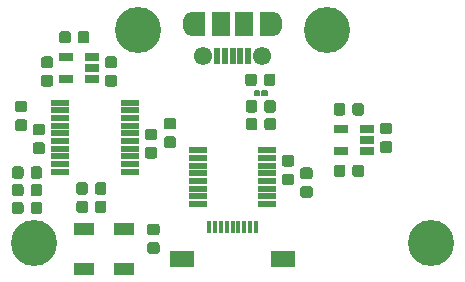
<source format=gbr>
G04 #@! TF.GenerationSoftware,KiCad,Pcbnew,(5.1.5-0-10_14)*
G04 #@! TF.CreationDate,2020-08-22T00:12:21-07:00*
G04 #@! TF.ProjectId,Sense_board,57726973-745f-4536-956e-73655f626f61,rev?*
G04 #@! TF.SameCoordinates,Original*
G04 #@! TF.FileFunction,Soldermask,Top*
G04 #@! TF.FilePolarity,Negative*
%FSLAX46Y46*%
G04 Gerber Fmt 4.6, Leading zero omitted, Abs format (unit mm)*
G04 Created by KiCad (PCBNEW (5.1.5-0-10_14)) date 2020-08-22 00:12:21*
%MOMM*%
%LPD*%
G04 APERTURE LIST*
%ADD10R,1.601600X0.551600*%
%ADD11R,1.551600X0.551600*%
%ADD12C,0.100000*%
%ADD13R,1.801600X1.001600*%
%ADD14R,1.161600X0.751600*%
%ADD15R,1.601600X2.001600*%
%ADD16C,1.551600*%
%ADD17R,0.501600X1.451600*%
%ADD18O,1.301600X2.001600*%
%ADD19R,1.301600X2.001600*%
%ADD20C,3.901600*%
%ADD21R,2.101600X1.401600*%
%ADD22R,0.401600X1.101600*%
G04 APERTURE END LIST*
D10*
X116050000Y-54425000D03*
X116050000Y-55075000D03*
X116050000Y-55725000D03*
X116050000Y-56375000D03*
X116050000Y-57025000D03*
X116050000Y-57675000D03*
X116050000Y-58325000D03*
X116050000Y-58975000D03*
X121950000Y-58975000D03*
X121950000Y-58325000D03*
X121950000Y-57675000D03*
X121950000Y-57025000D03*
X121950000Y-56375000D03*
X121950000Y-55725000D03*
X121950000Y-55075000D03*
X121950000Y-54425000D03*
D11*
X110300000Y-50375000D03*
X110300000Y-51025000D03*
X110300000Y-51675000D03*
X110300000Y-52325000D03*
X110300000Y-52975000D03*
X110300000Y-53625000D03*
X110300000Y-54275000D03*
X110300000Y-54925000D03*
X110300000Y-55575000D03*
X110300000Y-56225000D03*
X104400000Y-56225000D03*
X104400000Y-55575000D03*
X104400000Y-54925000D03*
X104400000Y-54275000D03*
X104400000Y-53625000D03*
X104400000Y-52975000D03*
X104400000Y-52325000D03*
X104400000Y-51675000D03*
X104400000Y-51025000D03*
X104400000Y-50375000D03*
D12*
G36*
X114005581Y-51675376D02*
G01*
X114029281Y-51678891D01*
X114052523Y-51684713D01*
X114075082Y-51692785D01*
X114096742Y-51703029D01*
X114117292Y-51715347D01*
X114136537Y-51729619D01*
X114154290Y-51745710D01*
X114170381Y-51763463D01*
X114184653Y-51782708D01*
X114196971Y-51803258D01*
X114207215Y-51824918D01*
X114215287Y-51847477D01*
X114221109Y-51870719D01*
X114224624Y-51894419D01*
X114225800Y-51918350D01*
X114225800Y-52406650D01*
X114224624Y-52430581D01*
X114221109Y-52454281D01*
X114215287Y-52477523D01*
X114207215Y-52500082D01*
X114196971Y-52521742D01*
X114184653Y-52542292D01*
X114170381Y-52561537D01*
X114154290Y-52579290D01*
X114136537Y-52595381D01*
X114117292Y-52609653D01*
X114096742Y-52621971D01*
X114075082Y-52632215D01*
X114052523Y-52640287D01*
X114029281Y-52646109D01*
X114005581Y-52649624D01*
X113981650Y-52650800D01*
X113418350Y-52650800D01*
X113394419Y-52649624D01*
X113370719Y-52646109D01*
X113347477Y-52640287D01*
X113324918Y-52632215D01*
X113303258Y-52621971D01*
X113282708Y-52609653D01*
X113263463Y-52595381D01*
X113245710Y-52579290D01*
X113229619Y-52561537D01*
X113215347Y-52542292D01*
X113203029Y-52521742D01*
X113192785Y-52500082D01*
X113184713Y-52477523D01*
X113178891Y-52454281D01*
X113175376Y-52430581D01*
X113174200Y-52406650D01*
X113174200Y-51918350D01*
X113175376Y-51894419D01*
X113178891Y-51870719D01*
X113184713Y-51847477D01*
X113192785Y-51824918D01*
X113203029Y-51803258D01*
X113215347Y-51782708D01*
X113229619Y-51763463D01*
X113245710Y-51745710D01*
X113263463Y-51729619D01*
X113282708Y-51715347D01*
X113303258Y-51703029D01*
X113324918Y-51692785D01*
X113347477Y-51684713D01*
X113370719Y-51678891D01*
X113394419Y-51675376D01*
X113418350Y-51674200D01*
X113981650Y-51674200D01*
X114005581Y-51675376D01*
G37*
G36*
X114005581Y-53250376D02*
G01*
X114029281Y-53253891D01*
X114052523Y-53259713D01*
X114075082Y-53267785D01*
X114096742Y-53278029D01*
X114117292Y-53290347D01*
X114136537Y-53304619D01*
X114154290Y-53320710D01*
X114170381Y-53338463D01*
X114184653Y-53357708D01*
X114196971Y-53378258D01*
X114207215Y-53399918D01*
X114215287Y-53422477D01*
X114221109Y-53445719D01*
X114224624Y-53469419D01*
X114225800Y-53493350D01*
X114225800Y-53981650D01*
X114224624Y-54005581D01*
X114221109Y-54029281D01*
X114215287Y-54052523D01*
X114207215Y-54075082D01*
X114196971Y-54096742D01*
X114184653Y-54117292D01*
X114170381Y-54136537D01*
X114154290Y-54154290D01*
X114136537Y-54170381D01*
X114117292Y-54184653D01*
X114096742Y-54196971D01*
X114075082Y-54207215D01*
X114052523Y-54215287D01*
X114029281Y-54221109D01*
X114005581Y-54224624D01*
X113981650Y-54225800D01*
X113418350Y-54225800D01*
X113394419Y-54224624D01*
X113370719Y-54221109D01*
X113347477Y-54215287D01*
X113324918Y-54207215D01*
X113303258Y-54196971D01*
X113282708Y-54184653D01*
X113263463Y-54170381D01*
X113245710Y-54154290D01*
X113229619Y-54136537D01*
X113215347Y-54117292D01*
X113203029Y-54096742D01*
X113192785Y-54075082D01*
X113184713Y-54052523D01*
X113178891Y-54029281D01*
X113175376Y-54005581D01*
X113174200Y-53981650D01*
X113174200Y-53493350D01*
X113175376Y-53469419D01*
X113178891Y-53445719D01*
X113184713Y-53422477D01*
X113192785Y-53399918D01*
X113203029Y-53378258D01*
X113215347Y-53357708D01*
X113229619Y-53338463D01*
X113245710Y-53320710D01*
X113263463Y-53304619D01*
X113282708Y-53290347D01*
X113303258Y-53278029D01*
X113324918Y-53267785D01*
X113347477Y-53259713D01*
X113370719Y-53253891D01*
X113394419Y-53250376D01*
X113418350Y-53249200D01*
X113981650Y-53249200D01*
X114005581Y-53250376D01*
G37*
G36*
X101405581Y-50225376D02*
G01*
X101429281Y-50228891D01*
X101452523Y-50234713D01*
X101475082Y-50242785D01*
X101496742Y-50253029D01*
X101517292Y-50265347D01*
X101536537Y-50279619D01*
X101554290Y-50295710D01*
X101570381Y-50313463D01*
X101584653Y-50332708D01*
X101596971Y-50353258D01*
X101607215Y-50374918D01*
X101615287Y-50397477D01*
X101621109Y-50420719D01*
X101624624Y-50444419D01*
X101625800Y-50468350D01*
X101625800Y-50956650D01*
X101624624Y-50980581D01*
X101621109Y-51004281D01*
X101615287Y-51027523D01*
X101607215Y-51050082D01*
X101596971Y-51071742D01*
X101584653Y-51092292D01*
X101570381Y-51111537D01*
X101554290Y-51129290D01*
X101536537Y-51145381D01*
X101517292Y-51159653D01*
X101496742Y-51171971D01*
X101475082Y-51182215D01*
X101452523Y-51190287D01*
X101429281Y-51196109D01*
X101405581Y-51199624D01*
X101381650Y-51200800D01*
X100818350Y-51200800D01*
X100794419Y-51199624D01*
X100770719Y-51196109D01*
X100747477Y-51190287D01*
X100724918Y-51182215D01*
X100703258Y-51171971D01*
X100682708Y-51159653D01*
X100663463Y-51145381D01*
X100645710Y-51129290D01*
X100629619Y-51111537D01*
X100615347Y-51092292D01*
X100603029Y-51071742D01*
X100592785Y-51050082D01*
X100584713Y-51027523D01*
X100578891Y-51004281D01*
X100575376Y-50980581D01*
X100574200Y-50956650D01*
X100574200Y-50468350D01*
X100575376Y-50444419D01*
X100578891Y-50420719D01*
X100584713Y-50397477D01*
X100592785Y-50374918D01*
X100603029Y-50353258D01*
X100615347Y-50332708D01*
X100629619Y-50313463D01*
X100645710Y-50295710D01*
X100663463Y-50279619D01*
X100682708Y-50265347D01*
X100703258Y-50253029D01*
X100724918Y-50242785D01*
X100747477Y-50234713D01*
X100770719Y-50228891D01*
X100794419Y-50225376D01*
X100818350Y-50224200D01*
X101381650Y-50224200D01*
X101405581Y-50225376D01*
G37*
G36*
X101405581Y-51800376D02*
G01*
X101429281Y-51803891D01*
X101452523Y-51809713D01*
X101475082Y-51817785D01*
X101496742Y-51828029D01*
X101517292Y-51840347D01*
X101536537Y-51854619D01*
X101554290Y-51870710D01*
X101570381Y-51888463D01*
X101584653Y-51907708D01*
X101596971Y-51928258D01*
X101607215Y-51949918D01*
X101615287Y-51972477D01*
X101621109Y-51995719D01*
X101624624Y-52019419D01*
X101625800Y-52043350D01*
X101625800Y-52531650D01*
X101624624Y-52555581D01*
X101621109Y-52579281D01*
X101615287Y-52602523D01*
X101607215Y-52625082D01*
X101596971Y-52646742D01*
X101584653Y-52667292D01*
X101570381Y-52686537D01*
X101554290Y-52704290D01*
X101536537Y-52720381D01*
X101517292Y-52734653D01*
X101496742Y-52746971D01*
X101475082Y-52757215D01*
X101452523Y-52765287D01*
X101429281Y-52771109D01*
X101405581Y-52774624D01*
X101381650Y-52775800D01*
X100818350Y-52775800D01*
X100794419Y-52774624D01*
X100770719Y-52771109D01*
X100747477Y-52765287D01*
X100724918Y-52757215D01*
X100703258Y-52746971D01*
X100682708Y-52734653D01*
X100663463Y-52720381D01*
X100645710Y-52704290D01*
X100629619Y-52686537D01*
X100615347Y-52667292D01*
X100603029Y-52646742D01*
X100592785Y-52625082D01*
X100584713Y-52602523D01*
X100578891Y-52579281D01*
X100575376Y-52555581D01*
X100574200Y-52531650D01*
X100574200Y-52043350D01*
X100575376Y-52019419D01*
X100578891Y-51995719D01*
X100584713Y-51972477D01*
X100592785Y-51949918D01*
X100603029Y-51928258D01*
X100615347Y-51907708D01*
X100629619Y-51888463D01*
X100645710Y-51870710D01*
X100663463Y-51854619D01*
X100682708Y-51840347D01*
X100703258Y-51828029D01*
X100724918Y-51817785D01*
X100747477Y-51809713D01*
X100770719Y-51803891D01*
X100794419Y-51800376D01*
X100818350Y-51799200D01*
X101381650Y-51799200D01*
X101405581Y-51800376D01*
G37*
G36*
X120830581Y-47925376D02*
G01*
X120854281Y-47928891D01*
X120877523Y-47934713D01*
X120900082Y-47942785D01*
X120921742Y-47953029D01*
X120942292Y-47965347D01*
X120961537Y-47979619D01*
X120979290Y-47995710D01*
X120995381Y-48013463D01*
X121009653Y-48032708D01*
X121021971Y-48053258D01*
X121032215Y-48074918D01*
X121040287Y-48097477D01*
X121046109Y-48120719D01*
X121049624Y-48144419D01*
X121050800Y-48168350D01*
X121050800Y-48731650D01*
X121049624Y-48755581D01*
X121046109Y-48779281D01*
X121040287Y-48802523D01*
X121032215Y-48825082D01*
X121021971Y-48846742D01*
X121009653Y-48867292D01*
X120995381Y-48886537D01*
X120979290Y-48904290D01*
X120961537Y-48920381D01*
X120942292Y-48934653D01*
X120921742Y-48946971D01*
X120900082Y-48957215D01*
X120877523Y-48965287D01*
X120854281Y-48971109D01*
X120830581Y-48974624D01*
X120806650Y-48975800D01*
X120318350Y-48975800D01*
X120294419Y-48974624D01*
X120270719Y-48971109D01*
X120247477Y-48965287D01*
X120224918Y-48957215D01*
X120203258Y-48946971D01*
X120182708Y-48934653D01*
X120163463Y-48920381D01*
X120145710Y-48904290D01*
X120129619Y-48886537D01*
X120115347Y-48867292D01*
X120103029Y-48846742D01*
X120092785Y-48825082D01*
X120084713Y-48802523D01*
X120078891Y-48779281D01*
X120075376Y-48755581D01*
X120074200Y-48731650D01*
X120074200Y-48168350D01*
X120075376Y-48144419D01*
X120078891Y-48120719D01*
X120084713Y-48097477D01*
X120092785Y-48074918D01*
X120103029Y-48053258D01*
X120115347Y-48032708D01*
X120129619Y-48013463D01*
X120145710Y-47995710D01*
X120163463Y-47979619D01*
X120182708Y-47965347D01*
X120203258Y-47953029D01*
X120224918Y-47942785D01*
X120247477Y-47934713D01*
X120270719Y-47928891D01*
X120294419Y-47925376D01*
X120318350Y-47924200D01*
X120806650Y-47924200D01*
X120830581Y-47925376D01*
G37*
G36*
X122405581Y-47925376D02*
G01*
X122429281Y-47928891D01*
X122452523Y-47934713D01*
X122475082Y-47942785D01*
X122496742Y-47953029D01*
X122517292Y-47965347D01*
X122536537Y-47979619D01*
X122554290Y-47995710D01*
X122570381Y-48013463D01*
X122584653Y-48032708D01*
X122596971Y-48053258D01*
X122607215Y-48074918D01*
X122615287Y-48097477D01*
X122621109Y-48120719D01*
X122624624Y-48144419D01*
X122625800Y-48168350D01*
X122625800Y-48731650D01*
X122624624Y-48755581D01*
X122621109Y-48779281D01*
X122615287Y-48802523D01*
X122607215Y-48825082D01*
X122596971Y-48846742D01*
X122584653Y-48867292D01*
X122570381Y-48886537D01*
X122554290Y-48904290D01*
X122536537Y-48920381D01*
X122517292Y-48934653D01*
X122496742Y-48946971D01*
X122475082Y-48957215D01*
X122452523Y-48965287D01*
X122429281Y-48971109D01*
X122405581Y-48974624D01*
X122381650Y-48975800D01*
X121893350Y-48975800D01*
X121869419Y-48974624D01*
X121845719Y-48971109D01*
X121822477Y-48965287D01*
X121799918Y-48957215D01*
X121778258Y-48946971D01*
X121757708Y-48934653D01*
X121738463Y-48920381D01*
X121720710Y-48904290D01*
X121704619Y-48886537D01*
X121690347Y-48867292D01*
X121678029Y-48846742D01*
X121667785Y-48825082D01*
X121659713Y-48802523D01*
X121653891Y-48779281D01*
X121650376Y-48755581D01*
X121649200Y-48731650D01*
X121649200Y-48168350D01*
X121650376Y-48144419D01*
X121653891Y-48120719D01*
X121659713Y-48097477D01*
X121667785Y-48074918D01*
X121678029Y-48053258D01*
X121690347Y-48032708D01*
X121704619Y-48013463D01*
X121720710Y-47995710D01*
X121738463Y-47979619D01*
X121757708Y-47965347D01*
X121778258Y-47953029D01*
X121799918Y-47942785D01*
X121822477Y-47934713D01*
X121845719Y-47928891D01*
X121869419Y-47925376D01*
X121893350Y-47924200D01*
X122381650Y-47924200D01*
X122405581Y-47925376D01*
G37*
G36*
X112405581Y-52575376D02*
G01*
X112429281Y-52578891D01*
X112452523Y-52584713D01*
X112475082Y-52592785D01*
X112496742Y-52603029D01*
X112517292Y-52615347D01*
X112536537Y-52629619D01*
X112554290Y-52645710D01*
X112570381Y-52663463D01*
X112584653Y-52682708D01*
X112596971Y-52703258D01*
X112607215Y-52724918D01*
X112615287Y-52747477D01*
X112621109Y-52770719D01*
X112624624Y-52794419D01*
X112625800Y-52818350D01*
X112625800Y-53306650D01*
X112624624Y-53330581D01*
X112621109Y-53354281D01*
X112615287Y-53377523D01*
X112607215Y-53400082D01*
X112596971Y-53421742D01*
X112584653Y-53442292D01*
X112570381Y-53461537D01*
X112554290Y-53479290D01*
X112536537Y-53495381D01*
X112517292Y-53509653D01*
X112496742Y-53521971D01*
X112475082Y-53532215D01*
X112452523Y-53540287D01*
X112429281Y-53546109D01*
X112405581Y-53549624D01*
X112381650Y-53550800D01*
X111818350Y-53550800D01*
X111794419Y-53549624D01*
X111770719Y-53546109D01*
X111747477Y-53540287D01*
X111724918Y-53532215D01*
X111703258Y-53521971D01*
X111682708Y-53509653D01*
X111663463Y-53495381D01*
X111645710Y-53479290D01*
X111629619Y-53461537D01*
X111615347Y-53442292D01*
X111603029Y-53421742D01*
X111592785Y-53400082D01*
X111584713Y-53377523D01*
X111578891Y-53354281D01*
X111575376Y-53330581D01*
X111574200Y-53306650D01*
X111574200Y-52818350D01*
X111575376Y-52794419D01*
X111578891Y-52770719D01*
X111584713Y-52747477D01*
X111592785Y-52724918D01*
X111603029Y-52703258D01*
X111615347Y-52682708D01*
X111629619Y-52663463D01*
X111645710Y-52645710D01*
X111663463Y-52629619D01*
X111682708Y-52615347D01*
X111703258Y-52603029D01*
X111724918Y-52592785D01*
X111747477Y-52584713D01*
X111770719Y-52578891D01*
X111794419Y-52575376D01*
X111818350Y-52574200D01*
X112381650Y-52574200D01*
X112405581Y-52575376D01*
G37*
G36*
X112405581Y-54150376D02*
G01*
X112429281Y-54153891D01*
X112452523Y-54159713D01*
X112475082Y-54167785D01*
X112496742Y-54178029D01*
X112517292Y-54190347D01*
X112536537Y-54204619D01*
X112554290Y-54220710D01*
X112570381Y-54238463D01*
X112584653Y-54257708D01*
X112596971Y-54278258D01*
X112607215Y-54299918D01*
X112615287Y-54322477D01*
X112621109Y-54345719D01*
X112624624Y-54369419D01*
X112625800Y-54393350D01*
X112625800Y-54881650D01*
X112624624Y-54905581D01*
X112621109Y-54929281D01*
X112615287Y-54952523D01*
X112607215Y-54975082D01*
X112596971Y-54996742D01*
X112584653Y-55017292D01*
X112570381Y-55036537D01*
X112554290Y-55054290D01*
X112536537Y-55070381D01*
X112517292Y-55084653D01*
X112496742Y-55096971D01*
X112475082Y-55107215D01*
X112452523Y-55115287D01*
X112429281Y-55121109D01*
X112405581Y-55124624D01*
X112381650Y-55125800D01*
X111818350Y-55125800D01*
X111794419Y-55124624D01*
X111770719Y-55121109D01*
X111747477Y-55115287D01*
X111724918Y-55107215D01*
X111703258Y-55096971D01*
X111682708Y-55084653D01*
X111663463Y-55070381D01*
X111645710Y-55054290D01*
X111629619Y-55036537D01*
X111615347Y-55017292D01*
X111603029Y-54996742D01*
X111592785Y-54975082D01*
X111584713Y-54952523D01*
X111578891Y-54929281D01*
X111575376Y-54905581D01*
X111574200Y-54881650D01*
X111574200Y-54393350D01*
X111575376Y-54369419D01*
X111578891Y-54345719D01*
X111584713Y-54322477D01*
X111592785Y-54299918D01*
X111603029Y-54278258D01*
X111615347Y-54257708D01*
X111629619Y-54238463D01*
X111645710Y-54220710D01*
X111663463Y-54204619D01*
X111682708Y-54190347D01*
X111703258Y-54178029D01*
X111724918Y-54167785D01*
X111747477Y-54159713D01*
X111770719Y-54153891D01*
X111794419Y-54150376D01*
X111818350Y-54149200D01*
X112381650Y-54149200D01*
X112405581Y-54150376D01*
G37*
G36*
X102905581Y-52175376D02*
G01*
X102929281Y-52178891D01*
X102952523Y-52184713D01*
X102975082Y-52192785D01*
X102996742Y-52203029D01*
X103017292Y-52215347D01*
X103036537Y-52229619D01*
X103054290Y-52245710D01*
X103070381Y-52263463D01*
X103084653Y-52282708D01*
X103096971Y-52303258D01*
X103107215Y-52324918D01*
X103115287Y-52347477D01*
X103121109Y-52370719D01*
X103124624Y-52394419D01*
X103125800Y-52418350D01*
X103125800Y-52906650D01*
X103124624Y-52930581D01*
X103121109Y-52954281D01*
X103115287Y-52977523D01*
X103107215Y-53000082D01*
X103096971Y-53021742D01*
X103084653Y-53042292D01*
X103070381Y-53061537D01*
X103054290Y-53079290D01*
X103036537Y-53095381D01*
X103017292Y-53109653D01*
X102996742Y-53121971D01*
X102975082Y-53132215D01*
X102952523Y-53140287D01*
X102929281Y-53146109D01*
X102905581Y-53149624D01*
X102881650Y-53150800D01*
X102318350Y-53150800D01*
X102294419Y-53149624D01*
X102270719Y-53146109D01*
X102247477Y-53140287D01*
X102224918Y-53132215D01*
X102203258Y-53121971D01*
X102182708Y-53109653D01*
X102163463Y-53095381D01*
X102145710Y-53079290D01*
X102129619Y-53061537D01*
X102115347Y-53042292D01*
X102103029Y-53021742D01*
X102092785Y-53000082D01*
X102084713Y-52977523D01*
X102078891Y-52954281D01*
X102075376Y-52930581D01*
X102074200Y-52906650D01*
X102074200Y-52418350D01*
X102075376Y-52394419D01*
X102078891Y-52370719D01*
X102084713Y-52347477D01*
X102092785Y-52324918D01*
X102103029Y-52303258D01*
X102115347Y-52282708D01*
X102129619Y-52263463D01*
X102145710Y-52245710D01*
X102163463Y-52229619D01*
X102182708Y-52215347D01*
X102203258Y-52203029D01*
X102224918Y-52192785D01*
X102247477Y-52184713D01*
X102270719Y-52178891D01*
X102294419Y-52175376D01*
X102318350Y-52174200D01*
X102881650Y-52174200D01*
X102905581Y-52175376D01*
G37*
G36*
X102905581Y-53750376D02*
G01*
X102929281Y-53753891D01*
X102952523Y-53759713D01*
X102975082Y-53767785D01*
X102996742Y-53778029D01*
X103017292Y-53790347D01*
X103036537Y-53804619D01*
X103054290Y-53820710D01*
X103070381Y-53838463D01*
X103084653Y-53857708D01*
X103096971Y-53878258D01*
X103107215Y-53899918D01*
X103115287Y-53922477D01*
X103121109Y-53945719D01*
X103124624Y-53969419D01*
X103125800Y-53993350D01*
X103125800Y-54481650D01*
X103124624Y-54505581D01*
X103121109Y-54529281D01*
X103115287Y-54552523D01*
X103107215Y-54575082D01*
X103096971Y-54596742D01*
X103084653Y-54617292D01*
X103070381Y-54636537D01*
X103054290Y-54654290D01*
X103036537Y-54670381D01*
X103017292Y-54684653D01*
X102996742Y-54696971D01*
X102975082Y-54707215D01*
X102952523Y-54715287D01*
X102929281Y-54721109D01*
X102905581Y-54724624D01*
X102881650Y-54725800D01*
X102318350Y-54725800D01*
X102294419Y-54724624D01*
X102270719Y-54721109D01*
X102247477Y-54715287D01*
X102224918Y-54707215D01*
X102203258Y-54696971D01*
X102182708Y-54684653D01*
X102163463Y-54670381D01*
X102145710Y-54654290D01*
X102129619Y-54636537D01*
X102115347Y-54617292D01*
X102103029Y-54596742D01*
X102092785Y-54575082D01*
X102084713Y-54552523D01*
X102078891Y-54529281D01*
X102075376Y-54505581D01*
X102074200Y-54481650D01*
X102074200Y-53993350D01*
X102075376Y-53969419D01*
X102078891Y-53945719D01*
X102084713Y-53922477D01*
X102092785Y-53899918D01*
X102103029Y-53878258D01*
X102115347Y-53857708D01*
X102129619Y-53838463D01*
X102145710Y-53820710D01*
X102163463Y-53804619D01*
X102182708Y-53790347D01*
X102203258Y-53778029D01*
X102224918Y-53767785D01*
X102247477Y-53759713D01*
X102270719Y-53753891D01*
X102294419Y-53750376D01*
X102318350Y-53749200D01*
X102881650Y-53749200D01*
X102905581Y-53750376D01*
G37*
G36*
X122455581Y-50175376D02*
G01*
X122479281Y-50178891D01*
X122502523Y-50184713D01*
X122525082Y-50192785D01*
X122546742Y-50203029D01*
X122567292Y-50215347D01*
X122586537Y-50229619D01*
X122604290Y-50245710D01*
X122620381Y-50263463D01*
X122634653Y-50282708D01*
X122646971Y-50303258D01*
X122657215Y-50324918D01*
X122665287Y-50347477D01*
X122671109Y-50370719D01*
X122674624Y-50394419D01*
X122675800Y-50418350D01*
X122675800Y-50981650D01*
X122674624Y-51005581D01*
X122671109Y-51029281D01*
X122665287Y-51052523D01*
X122657215Y-51075082D01*
X122646971Y-51096742D01*
X122634653Y-51117292D01*
X122620381Y-51136537D01*
X122604290Y-51154290D01*
X122586537Y-51170381D01*
X122567292Y-51184653D01*
X122546742Y-51196971D01*
X122525082Y-51207215D01*
X122502523Y-51215287D01*
X122479281Y-51221109D01*
X122455581Y-51224624D01*
X122431650Y-51225800D01*
X121943350Y-51225800D01*
X121919419Y-51224624D01*
X121895719Y-51221109D01*
X121872477Y-51215287D01*
X121849918Y-51207215D01*
X121828258Y-51196971D01*
X121807708Y-51184653D01*
X121788463Y-51170381D01*
X121770710Y-51154290D01*
X121754619Y-51136537D01*
X121740347Y-51117292D01*
X121728029Y-51096742D01*
X121717785Y-51075082D01*
X121709713Y-51052523D01*
X121703891Y-51029281D01*
X121700376Y-51005581D01*
X121699200Y-50981650D01*
X121699200Y-50418350D01*
X121700376Y-50394419D01*
X121703891Y-50370719D01*
X121709713Y-50347477D01*
X121717785Y-50324918D01*
X121728029Y-50303258D01*
X121740347Y-50282708D01*
X121754619Y-50263463D01*
X121770710Y-50245710D01*
X121788463Y-50229619D01*
X121807708Y-50215347D01*
X121828258Y-50203029D01*
X121849918Y-50192785D01*
X121872477Y-50184713D01*
X121895719Y-50178891D01*
X121919419Y-50175376D01*
X121943350Y-50174200D01*
X122431650Y-50174200D01*
X122455581Y-50175376D01*
G37*
G36*
X120880581Y-50175376D02*
G01*
X120904281Y-50178891D01*
X120927523Y-50184713D01*
X120950082Y-50192785D01*
X120971742Y-50203029D01*
X120992292Y-50215347D01*
X121011537Y-50229619D01*
X121029290Y-50245710D01*
X121045381Y-50263463D01*
X121059653Y-50282708D01*
X121071971Y-50303258D01*
X121082215Y-50324918D01*
X121090287Y-50347477D01*
X121096109Y-50370719D01*
X121099624Y-50394419D01*
X121100800Y-50418350D01*
X121100800Y-50981650D01*
X121099624Y-51005581D01*
X121096109Y-51029281D01*
X121090287Y-51052523D01*
X121082215Y-51075082D01*
X121071971Y-51096742D01*
X121059653Y-51117292D01*
X121045381Y-51136537D01*
X121029290Y-51154290D01*
X121011537Y-51170381D01*
X120992292Y-51184653D01*
X120971742Y-51196971D01*
X120950082Y-51207215D01*
X120927523Y-51215287D01*
X120904281Y-51221109D01*
X120880581Y-51224624D01*
X120856650Y-51225800D01*
X120368350Y-51225800D01*
X120344419Y-51224624D01*
X120320719Y-51221109D01*
X120297477Y-51215287D01*
X120274918Y-51207215D01*
X120253258Y-51196971D01*
X120232708Y-51184653D01*
X120213463Y-51170381D01*
X120195710Y-51154290D01*
X120179619Y-51136537D01*
X120165347Y-51117292D01*
X120153029Y-51096742D01*
X120142785Y-51075082D01*
X120134713Y-51052523D01*
X120128891Y-51029281D01*
X120125376Y-51005581D01*
X120124200Y-50981650D01*
X120124200Y-50418350D01*
X120125376Y-50394419D01*
X120128891Y-50370719D01*
X120134713Y-50347477D01*
X120142785Y-50324918D01*
X120153029Y-50303258D01*
X120165347Y-50282708D01*
X120179619Y-50263463D01*
X120195710Y-50245710D01*
X120213463Y-50229619D01*
X120232708Y-50215347D01*
X120253258Y-50203029D01*
X120274918Y-50192785D01*
X120297477Y-50184713D01*
X120320719Y-50178891D01*
X120344419Y-50175376D01*
X120368350Y-50174200D01*
X120856650Y-50174200D01*
X120880581Y-50175376D01*
G37*
G36*
X120880581Y-51675376D02*
G01*
X120904281Y-51678891D01*
X120927523Y-51684713D01*
X120950082Y-51692785D01*
X120971742Y-51703029D01*
X120992292Y-51715347D01*
X121011537Y-51729619D01*
X121029290Y-51745710D01*
X121045381Y-51763463D01*
X121059653Y-51782708D01*
X121071971Y-51803258D01*
X121082215Y-51824918D01*
X121090287Y-51847477D01*
X121096109Y-51870719D01*
X121099624Y-51894419D01*
X121100800Y-51918350D01*
X121100800Y-52481650D01*
X121099624Y-52505581D01*
X121096109Y-52529281D01*
X121090287Y-52552523D01*
X121082215Y-52575082D01*
X121071971Y-52596742D01*
X121059653Y-52617292D01*
X121045381Y-52636537D01*
X121029290Y-52654290D01*
X121011537Y-52670381D01*
X120992292Y-52684653D01*
X120971742Y-52696971D01*
X120950082Y-52707215D01*
X120927523Y-52715287D01*
X120904281Y-52721109D01*
X120880581Y-52724624D01*
X120856650Y-52725800D01*
X120368350Y-52725800D01*
X120344419Y-52724624D01*
X120320719Y-52721109D01*
X120297477Y-52715287D01*
X120274918Y-52707215D01*
X120253258Y-52696971D01*
X120232708Y-52684653D01*
X120213463Y-52670381D01*
X120195710Y-52654290D01*
X120179619Y-52636537D01*
X120165347Y-52617292D01*
X120153029Y-52596742D01*
X120142785Y-52575082D01*
X120134713Y-52552523D01*
X120128891Y-52529281D01*
X120125376Y-52505581D01*
X120124200Y-52481650D01*
X120124200Y-51918350D01*
X120125376Y-51894419D01*
X120128891Y-51870719D01*
X120134713Y-51847477D01*
X120142785Y-51824918D01*
X120153029Y-51803258D01*
X120165347Y-51782708D01*
X120179619Y-51763463D01*
X120195710Y-51745710D01*
X120213463Y-51729619D01*
X120232708Y-51715347D01*
X120253258Y-51703029D01*
X120274918Y-51692785D01*
X120297477Y-51684713D01*
X120320719Y-51678891D01*
X120344419Y-51675376D01*
X120368350Y-51674200D01*
X120856650Y-51674200D01*
X120880581Y-51675376D01*
G37*
G36*
X122455581Y-51675376D02*
G01*
X122479281Y-51678891D01*
X122502523Y-51684713D01*
X122525082Y-51692785D01*
X122546742Y-51703029D01*
X122567292Y-51715347D01*
X122586537Y-51729619D01*
X122604290Y-51745710D01*
X122620381Y-51763463D01*
X122634653Y-51782708D01*
X122646971Y-51803258D01*
X122657215Y-51824918D01*
X122665287Y-51847477D01*
X122671109Y-51870719D01*
X122674624Y-51894419D01*
X122675800Y-51918350D01*
X122675800Y-52481650D01*
X122674624Y-52505581D01*
X122671109Y-52529281D01*
X122665287Y-52552523D01*
X122657215Y-52575082D01*
X122646971Y-52596742D01*
X122634653Y-52617292D01*
X122620381Y-52636537D01*
X122604290Y-52654290D01*
X122586537Y-52670381D01*
X122567292Y-52684653D01*
X122546742Y-52696971D01*
X122525082Y-52707215D01*
X122502523Y-52715287D01*
X122479281Y-52721109D01*
X122455581Y-52724624D01*
X122431650Y-52725800D01*
X121943350Y-52725800D01*
X121919419Y-52724624D01*
X121895719Y-52721109D01*
X121872477Y-52715287D01*
X121849918Y-52707215D01*
X121828258Y-52696971D01*
X121807708Y-52684653D01*
X121788463Y-52670381D01*
X121770710Y-52654290D01*
X121754619Y-52636537D01*
X121740347Y-52617292D01*
X121728029Y-52596742D01*
X121717785Y-52575082D01*
X121709713Y-52552523D01*
X121703891Y-52529281D01*
X121700376Y-52505581D01*
X121699200Y-52481650D01*
X121699200Y-51918350D01*
X121700376Y-51894419D01*
X121703891Y-51870719D01*
X121709713Y-51847477D01*
X121717785Y-51824918D01*
X121728029Y-51803258D01*
X121740347Y-51782708D01*
X121754619Y-51763463D01*
X121770710Y-51745710D01*
X121788463Y-51729619D01*
X121807708Y-51715347D01*
X121828258Y-51703029D01*
X121849918Y-51692785D01*
X121872477Y-51684713D01*
X121895719Y-51678891D01*
X121919419Y-51675376D01*
X121943350Y-51674200D01*
X122431650Y-51674200D01*
X122455581Y-51675376D01*
G37*
G36*
X101080581Y-55775376D02*
G01*
X101104281Y-55778891D01*
X101127523Y-55784713D01*
X101150082Y-55792785D01*
X101171742Y-55803029D01*
X101192292Y-55815347D01*
X101211537Y-55829619D01*
X101229290Y-55845710D01*
X101245381Y-55863463D01*
X101259653Y-55882708D01*
X101271971Y-55903258D01*
X101282215Y-55924918D01*
X101290287Y-55947477D01*
X101296109Y-55970719D01*
X101299624Y-55994419D01*
X101300800Y-56018350D01*
X101300800Y-56581650D01*
X101299624Y-56605581D01*
X101296109Y-56629281D01*
X101290287Y-56652523D01*
X101282215Y-56675082D01*
X101271971Y-56696742D01*
X101259653Y-56717292D01*
X101245381Y-56736537D01*
X101229290Y-56754290D01*
X101211537Y-56770381D01*
X101192292Y-56784653D01*
X101171742Y-56796971D01*
X101150082Y-56807215D01*
X101127523Y-56815287D01*
X101104281Y-56821109D01*
X101080581Y-56824624D01*
X101056650Y-56825800D01*
X100568350Y-56825800D01*
X100544419Y-56824624D01*
X100520719Y-56821109D01*
X100497477Y-56815287D01*
X100474918Y-56807215D01*
X100453258Y-56796971D01*
X100432708Y-56784653D01*
X100413463Y-56770381D01*
X100395710Y-56754290D01*
X100379619Y-56736537D01*
X100365347Y-56717292D01*
X100353029Y-56696742D01*
X100342785Y-56675082D01*
X100334713Y-56652523D01*
X100328891Y-56629281D01*
X100325376Y-56605581D01*
X100324200Y-56581650D01*
X100324200Y-56018350D01*
X100325376Y-55994419D01*
X100328891Y-55970719D01*
X100334713Y-55947477D01*
X100342785Y-55924918D01*
X100353029Y-55903258D01*
X100365347Y-55882708D01*
X100379619Y-55863463D01*
X100395710Y-55845710D01*
X100413463Y-55829619D01*
X100432708Y-55815347D01*
X100453258Y-55803029D01*
X100474918Y-55792785D01*
X100497477Y-55784713D01*
X100520719Y-55778891D01*
X100544419Y-55775376D01*
X100568350Y-55774200D01*
X101056650Y-55774200D01*
X101080581Y-55775376D01*
G37*
G36*
X102655581Y-55775376D02*
G01*
X102679281Y-55778891D01*
X102702523Y-55784713D01*
X102725082Y-55792785D01*
X102746742Y-55803029D01*
X102767292Y-55815347D01*
X102786537Y-55829619D01*
X102804290Y-55845710D01*
X102820381Y-55863463D01*
X102834653Y-55882708D01*
X102846971Y-55903258D01*
X102857215Y-55924918D01*
X102865287Y-55947477D01*
X102871109Y-55970719D01*
X102874624Y-55994419D01*
X102875800Y-56018350D01*
X102875800Y-56581650D01*
X102874624Y-56605581D01*
X102871109Y-56629281D01*
X102865287Y-56652523D01*
X102857215Y-56675082D01*
X102846971Y-56696742D01*
X102834653Y-56717292D01*
X102820381Y-56736537D01*
X102804290Y-56754290D01*
X102786537Y-56770381D01*
X102767292Y-56784653D01*
X102746742Y-56796971D01*
X102725082Y-56807215D01*
X102702523Y-56815287D01*
X102679281Y-56821109D01*
X102655581Y-56824624D01*
X102631650Y-56825800D01*
X102143350Y-56825800D01*
X102119419Y-56824624D01*
X102095719Y-56821109D01*
X102072477Y-56815287D01*
X102049918Y-56807215D01*
X102028258Y-56796971D01*
X102007708Y-56784653D01*
X101988463Y-56770381D01*
X101970710Y-56754290D01*
X101954619Y-56736537D01*
X101940347Y-56717292D01*
X101928029Y-56696742D01*
X101917785Y-56675082D01*
X101909713Y-56652523D01*
X101903891Y-56629281D01*
X101900376Y-56605581D01*
X101899200Y-56581650D01*
X101899200Y-56018350D01*
X101900376Y-55994419D01*
X101903891Y-55970719D01*
X101909713Y-55947477D01*
X101917785Y-55924918D01*
X101928029Y-55903258D01*
X101940347Y-55882708D01*
X101954619Y-55863463D01*
X101970710Y-55845710D01*
X101988463Y-55829619D01*
X102007708Y-55815347D01*
X102028258Y-55803029D01*
X102049918Y-55792785D01*
X102072477Y-55784713D01*
X102095719Y-55778891D01*
X102119419Y-55775376D01*
X102143350Y-55774200D01*
X102631650Y-55774200D01*
X102655581Y-55775376D01*
G37*
G36*
X109005581Y-46475376D02*
G01*
X109029281Y-46478891D01*
X109052523Y-46484713D01*
X109075082Y-46492785D01*
X109096742Y-46503029D01*
X109117292Y-46515347D01*
X109136537Y-46529619D01*
X109154290Y-46545710D01*
X109170381Y-46563463D01*
X109184653Y-46582708D01*
X109196971Y-46603258D01*
X109207215Y-46624918D01*
X109215287Y-46647477D01*
X109221109Y-46670719D01*
X109224624Y-46694419D01*
X109225800Y-46718350D01*
X109225800Y-47206650D01*
X109224624Y-47230581D01*
X109221109Y-47254281D01*
X109215287Y-47277523D01*
X109207215Y-47300082D01*
X109196971Y-47321742D01*
X109184653Y-47342292D01*
X109170381Y-47361537D01*
X109154290Y-47379290D01*
X109136537Y-47395381D01*
X109117292Y-47409653D01*
X109096742Y-47421971D01*
X109075082Y-47432215D01*
X109052523Y-47440287D01*
X109029281Y-47446109D01*
X109005581Y-47449624D01*
X108981650Y-47450800D01*
X108418350Y-47450800D01*
X108394419Y-47449624D01*
X108370719Y-47446109D01*
X108347477Y-47440287D01*
X108324918Y-47432215D01*
X108303258Y-47421971D01*
X108282708Y-47409653D01*
X108263463Y-47395381D01*
X108245710Y-47379290D01*
X108229619Y-47361537D01*
X108215347Y-47342292D01*
X108203029Y-47321742D01*
X108192785Y-47300082D01*
X108184713Y-47277523D01*
X108178891Y-47254281D01*
X108175376Y-47230581D01*
X108174200Y-47206650D01*
X108174200Y-46718350D01*
X108175376Y-46694419D01*
X108178891Y-46670719D01*
X108184713Y-46647477D01*
X108192785Y-46624918D01*
X108203029Y-46603258D01*
X108215347Y-46582708D01*
X108229619Y-46563463D01*
X108245710Y-46545710D01*
X108263463Y-46529619D01*
X108282708Y-46515347D01*
X108303258Y-46503029D01*
X108324918Y-46492785D01*
X108347477Y-46484713D01*
X108370719Y-46478891D01*
X108394419Y-46475376D01*
X108418350Y-46474200D01*
X108981650Y-46474200D01*
X109005581Y-46475376D01*
G37*
G36*
X109005581Y-48050376D02*
G01*
X109029281Y-48053891D01*
X109052523Y-48059713D01*
X109075082Y-48067785D01*
X109096742Y-48078029D01*
X109117292Y-48090347D01*
X109136537Y-48104619D01*
X109154290Y-48120710D01*
X109170381Y-48138463D01*
X109184653Y-48157708D01*
X109196971Y-48178258D01*
X109207215Y-48199918D01*
X109215287Y-48222477D01*
X109221109Y-48245719D01*
X109224624Y-48269419D01*
X109225800Y-48293350D01*
X109225800Y-48781650D01*
X109224624Y-48805581D01*
X109221109Y-48829281D01*
X109215287Y-48852523D01*
X109207215Y-48875082D01*
X109196971Y-48896742D01*
X109184653Y-48917292D01*
X109170381Y-48936537D01*
X109154290Y-48954290D01*
X109136537Y-48970381D01*
X109117292Y-48984653D01*
X109096742Y-48996971D01*
X109075082Y-49007215D01*
X109052523Y-49015287D01*
X109029281Y-49021109D01*
X109005581Y-49024624D01*
X108981650Y-49025800D01*
X108418350Y-49025800D01*
X108394419Y-49024624D01*
X108370719Y-49021109D01*
X108347477Y-49015287D01*
X108324918Y-49007215D01*
X108303258Y-48996971D01*
X108282708Y-48984653D01*
X108263463Y-48970381D01*
X108245710Y-48954290D01*
X108229619Y-48936537D01*
X108215347Y-48917292D01*
X108203029Y-48896742D01*
X108192785Y-48875082D01*
X108184713Y-48852523D01*
X108178891Y-48829281D01*
X108175376Y-48805581D01*
X108174200Y-48781650D01*
X108174200Y-48293350D01*
X108175376Y-48269419D01*
X108178891Y-48245719D01*
X108184713Y-48222477D01*
X108192785Y-48199918D01*
X108203029Y-48178258D01*
X108215347Y-48157708D01*
X108229619Y-48138463D01*
X108245710Y-48120710D01*
X108263463Y-48104619D01*
X108282708Y-48090347D01*
X108303258Y-48078029D01*
X108324918Y-48067785D01*
X108347477Y-48059713D01*
X108370719Y-48053891D01*
X108394419Y-48050376D01*
X108418350Y-48049200D01*
X108981650Y-48049200D01*
X109005581Y-48050376D01*
G37*
G36*
X106655581Y-44325376D02*
G01*
X106679281Y-44328891D01*
X106702523Y-44334713D01*
X106725082Y-44342785D01*
X106746742Y-44353029D01*
X106767292Y-44365347D01*
X106786537Y-44379619D01*
X106804290Y-44395710D01*
X106820381Y-44413463D01*
X106834653Y-44432708D01*
X106846971Y-44453258D01*
X106857215Y-44474918D01*
X106865287Y-44497477D01*
X106871109Y-44520719D01*
X106874624Y-44544419D01*
X106875800Y-44568350D01*
X106875800Y-45131650D01*
X106874624Y-45155581D01*
X106871109Y-45179281D01*
X106865287Y-45202523D01*
X106857215Y-45225082D01*
X106846971Y-45246742D01*
X106834653Y-45267292D01*
X106820381Y-45286537D01*
X106804290Y-45304290D01*
X106786537Y-45320381D01*
X106767292Y-45334653D01*
X106746742Y-45346971D01*
X106725082Y-45357215D01*
X106702523Y-45365287D01*
X106679281Y-45371109D01*
X106655581Y-45374624D01*
X106631650Y-45375800D01*
X106143350Y-45375800D01*
X106119419Y-45374624D01*
X106095719Y-45371109D01*
X106072477Y-45365287D01*
X106049918Y-45357215D01*
X106028258Y-45346971D01*
X106007708Y-45334653D01*
X105988463Y-45320381D01*
X105970710Y-45304290D01*
X105954619Y-45286537D01*
X105940347Y-45267292D01*
X105928029Y-45246742D01*
X105917785Y-45225082D01*
X105909713Y-45202523D01*
X105903891Y-45179281D01*
X105900376Y-45155581D01*
X105899200Y-45131650D01*
X105899200Y-44568350D01*
X105900376Y-44544419D01*
X105903891Y-44520719D01*
X105909713Y-44497477D01*
X105917785Y-44474918D01*
X105928029Y-44453258D01*
X105940347Y-44432708D01*
X105954619Y-44413463D01*
X105970710Y-44395710D01*
X105988463Y-44379619D01*
X106007708Y-44365347D01*
X106028258Y-44353029D01*
X106049918Y-44342785D01*
X106072477Y-44334713D01*
X106095719Y-44328891D01*
X106119419Y-44325376D01*
X106143350Y-44324200D01*
X106631650Y-44324200D01*
X106655581Y-44325376D01*
G37*
G36*
X105080581Y-44325376D02*
G01*
X105104281Y-44328891D01*
X105127523Y-44334713D01*
X105150082Y-44342785D01*
X105171742Y-44353029D01*
X105192292Y-44365347D01*
X105211537Y-44379619D01*
X105229290Y-44395710D01*
X105245381Y-44413463D01*
X105259653Y-44432708D01*
X105271971Y-44453258D01*
X105282215Y-44474918D01*
X105290287Y-44497477D01*
X105296109Y-44520719D01*
X105299624Y-44544419D01*
X105300800Y-44568350D01*
X105300800Y-45131650D01*
X105299624Y-45155581D01*
X105296109Y-45179281D01*
X105290287Y-45202523D01*
X105282215Y-45225082D01*
X105271971Y-45246742D01*
X105259653Y-45267292D01*
X105245381Y-45286537D01*
X105229290Y-45304290D01*
X105211537Y-45320381D01*
X105192292Y-45334653D01*
X105171742Y-45346971D01*
X105150082Y-45357215D01*
X105127523Y-45365287D01*
X105104281Y-45371109D01*
X105080581Y-45374624D01*
X105056650Y-45375800D01*
X104568350Y-45375800D01*
X104544419Y-45374624D01*
X104520719Y-45371109D01*
X104497477Y-45365287D01*
X104474918Y-45357215D01*
X104453258Y-45346971D01*
X104432708Y-45334653D01*
X104413463Y-45320381D01*
X104395710Y-45304290D01*
X104379619Y-45286537D01*
X104365347Y-45267292D01*
X104353029Y-45246742D01*
X104342785Y-45225082D01*
X104334713Y-45202523D01*
X104328891Y-45179281D01*
X104325376Y-45155581D01*
X104324200Y-45131650D01*
X104324200Y-44568350D01*
X104325376Y-44544419D01*
X104328891Y-44520719D01*
X104334713Y-44497477D01*
X104342785Y-44474918D01*
X104353029Y-44453258D01*
X104365347Y-44432708D01*
X104379619Y-44413463D01*
X104395710Y-44395710D01*
X104413463Y-44379619D01*
X104432708Y-44365347D01*
X104453258Y-44353029D01*
X104474918Y-44342785D01*
X104497477Y-44334713D01*
X104520719Y-44328891D01*
X104544419Y-44325376D01*
X104568350Y-44324200D01*
X105056650Y-44324200D01*
X105080581Y-44325376D01*
G37*
G36*
X103605581Y-48050376D02*
G01*
X103629281Y-48053891D01*
X103652523Y-48059713D01*
X103675082Y-48067785D01*
X103696742Y-48078029D01*
X103717292Y-48090347D01*
X103736537Y-48104619D01*
X103754290Y-48120710D01*
X103770381Y-48138463D01*
X103784653Y-48157708D01*
X103796971Y-48178258D01*
X103807215Y-48199918D01*
X103815287Y-48222477D01*
X103821109Y-48245719D01*
X103824624Y-48269419D01*
X103825800Y-48293350D01*
X103825800Y-48781650D01*
X103824624Y-48805581D01*
X103821109Y-48829281D01*
X103815287Y-48852523D01*
X103807215Y-48875082D01*
X103796971Y-48896742D01*
X103784653Y-48917292D01*
X103770381Y-48936537D01*
X103754290Y-48954290D01*
X103736537Y-48970381D01*
X103717292Y-48984653D01*
X103696742Y-48996971D01*
X103675082Y-49007215D01*
X103652523Y-49015287D01*
X103629281Y-49021109D01*
X103605581Y-49024624D01*
X103581650Y-49025800D01*
X103018350Y-49025800D01*
X102994419Y-49024624D01*
X102970719Y-49021109D01*
X102947477Y-49015287D01*
X102924918Y-49007215D01*
X102903258Y-48996971D01*
X102882708Y-48984653D01*
X102863463Y-48970381D01*
X102845710Y-48954290D01*
X102829619Y-48936537D01*
X102815347Y-48917292D01*
X102803029Y-48896742D01*
X102792785Y-48875082D01*
X102784713Y-48852523D01*
X102778891Y-48829281D01*
X102775376Y-48805581D01*
X102774200Y-48781650D01*
X102774200Y-48293350D01*
X102775376Y-48269419D01*
X102778891Y-48245719D01*
X102784713Y-48222477D01*
X102792785Y-48199918D01*
X102803029Y-48178258D01*
X102815347Y-48157708D01*
X102829619Y-48138463D01*
X102845710Y-48120710D01*
X102863463Y-48104619D01*
X102882708Y-48090347D01*
X102903258Y-48078029D01*
X102924918Y-48067785D01*
X102947477Y-48059713D01*
X102970719Y-48053891D01*
X102994419Y-48050376D01*
X103018350Y-48049200D01*
X103581650Y-48049200D01*
X103605581Y-48050376D01*
G37*
G36*
X103605581Y-46475376D02*
G01*
X103629281Y-46478891D01*
X103652523Y-46484713D01*
X103675082Y-46492785D01*
X103696742Y-46503029D01*
X103717292Y-46515347D01*
X103736537Y-46529619D01*
X103754290Y-46545710D01*
X103770381Y-46563463D01*
X103784653Y-46582708D01*
X103796971Y-46603258D01*
X103807215Y-46624918D01*
X103815287Y-46647477D01*
X103821109Y-46670719D01*
X103824624Y-46694419D01*
X103825800Y-46718350D01*
X103825800Y-47206650D01*
X103824624Y-47230581D01*
X103821109Y-47254281D01*
X103815287Y-47277523D01*
X103807215Y-47300082D01*
X103796971Y-47321742D01*
X103784653Y-47342292D01*
X103770381Y-47361537D01*
X103754290Y-47379290D01*
X103736537Y-47395381D01*
X103717292Y-47409653D01*
X103696742Y-47421971D01*
X103675082Y-47432215D01*
X103652523Y-47440287D01*
X103629281Y-47446109D01*
X103605581Y-47449624D01*
X103581650Y-47450800D01*
X103018350Y-47450800D01*
X102994419Y-47449624D01*
X102970719Y-47446109D01*
X102947477Y-47440287D01*
X102924918Y-47432215D01*
X102903258Y-47421971D01*
X102882708Y-47409653D01*
X102863463Y-47395381D01*
X102845710Y-47379290D01*
X102829619Y-47361537D01*
X102815347Y-47342292D01*
X102803029Y-47321742D01*
X102792785Y-47300082D01*
X102784713Y-47277523D01*
X102778891Y-47254281D01*
X102775376Y-47230581D01*
X102774200Y-47206650D01*
X102774200Y-46718350D01*
X102775376Y-46694419D01*
X102778891Y-46670719D01*
X102784713Y-46647477D01*
X102792785Y-46624918D01*
X102803029Y-46603258D01*
X102815347Y-46582708D01*
X102829619Y-46563463D01*
X102845710Y-46545710D01*
X102863463Y-46529619D01*
X102882708Y-46515347D01*
X102903258Y-46503029D01*
X102924918Y-46492785D01*
X102947477Y-46484713D01*
X102970719Y-46478891D01*
X102994419Y-46475376D01*
X103018350Y-46474200D01*
X103581650Y-46474200D01*
X103605581Y-46475376D01*
G37*
G36*
X132305581Y-52075376D02*
G01*
X132329281Y-52078891D01*
X132352523Y-52084713D01*
X132375082Y-52092785D01*
X132396742Y-52103029D01*
X132417292Y-52115347D01*
X132436537Y-52129619D01*
X132454290Y-52145710D01*
X132470381Y-52163463D01*
X132484653Y-52182708D01*
X132496971Y-52203258D01*
X132507215Y-52224918D01*
X132515287Y-52247477D01*
X132521109Y-52270719D01*
X132524624Y-52294419D01*
X132525800Y-52318350D01*
X132525800Y-52806650D01*
X132524624Y-52830581D01*
X132521109Y-52854281D01*
X132515287Y-52877523D01*
X132507215Y-52900082D01*
X132496971Y-52921742D01*
X132484653Y-52942292D01*
X132470381Y-52961537D01*
X132454290Y-52979290D01*
X132436537Y-52995381D01*
X132417292Y-53009653D01*
X132396742Y-53021971D01*
X132375082Y-53032215D01*
X132352523Y-53040287D01*
X132329281Y-53046109D01*
X132305581Y-53049624D01*
X132281650Y-53050800D01*
X131718350Y-53050800D01*
X131694419Y-53049624D01*
X131670719Y-53046109D01*
X131647477Y-53040287D01*
X131624918Y-53032215D01*
X131603258Y-53021971D01*
X131582708Y-53009653D01*
X131563463Y-52995381D01*
X131545710Y-52979290D01*
X131529619Y-52961537D01*
X131515347Y-52942292D01*
X131503029Y-52921742D01*
X131492785Y-52900082D01*
X131484713Y-52877523D01*
X131478891Y-52854281D01*
X131475376Y-52830581D01*
X131474200Y-52806650D01*
X131474200Y-52318350D01*
X131475376Y-52294419D01*
X131478891Y-52270719D01*
X131484713Y-52247477D01*
X131492785Y-52224918D01*
X131503029Y-52203258D01*
X131515347Y-52182708D01*
X131529619Y-52163463D01*
X131545710Y-52145710D01*
X131563463Y-52129619D01*
X131582708Y-52115347D01*
X131603258Y-52103029D01*
X131624918Y-52092785D01*
X131647477Y-52084713D01*
X131670719Y-52078891D01*
X131694419Y-52075376D01*
X131718350Y-52074200D01*
X132281650Y-52074200D01*
X132305581Y-52075376D01*
G37*
G36*
X132305581Y-53650376D02*
G01*
X132329281Y-53653891D01*
X132352523Y-53659713D01*
X132375082Y-53667785D01*
X132396742Y-53678029D01*
X132417292Y-53690347D01*
X132436537Y-53704619D01*
X132454290Y-53720710D01*
X132470381Y-53738463D01*
X132484653Y-53757708D01*
X132496971Y-53778258D01*
X132507215Y-53799918D01*
X132515287Y-53822477D01*
X132521109Y-53845719D01*
X132524624Y-53869419D01*
X132525800Y-53893350D01*
X132525800Y-54381650D01*
X132524624Y-54405581D01*
X132521109Y-54429281D01*
X132515287Y-54452523D01*
X132507215Y-54475082D01*
X132496971Y-54496742D01*
X132484653Y-54517292D01*
X132470381Y-54536537D01*
X132454290Y-54554290D01*
X132436537Y-54570381D01*
X132417292Y-54584653D01*
X132396742Y-54596971D01*
X132375082Y-54607215D01*
X132352523Y-54615287D01*
X132329281Y-54621109D01*
X132305581Y-54624624D01*
X132281650Y-54625800D01*
X131718350Y-54625800D01*
X131694419Y-54624624D01*
X131670719Y-54621109D01*
X131647477Y-54615287D01*
X131624918Y-54607215D01*
X131603258Y-54596971D01*
X131582708Y-54584653D01*
X131563463Y-54570381D01*
X131545710Y-54554290D01*
X131529619Y-54536537D01*
X131515347Y-54517292D01*
X131503029Y-54496742D01*
X131492785Y-54475082D01*
X131484713Y-54452523D01*
X131478891Y-54429281D01*
X131475376Y-54405581D01*
X131474200Y-54381650D01*
X131474200Y-53893350D01*
X131475376Y-53869419D01*
X131478891Y-53845719D01*
X131484713Y-53822477D01*
X131492785Y-53799918D01*
X131503029Y-53778258D01*
X131515347Y-53757708D01*
X131529619Y-53738463D01*
X131545710Y-53720710D01*
X131563463Y-53704619D01*
X131582708Y-53690347D01*
X131603258Y-53678029D01*
X131624918Y-53667785D01*
X131647477Y-53659713D01*
X131670719Y-53653891D01*
X131694419Y-53650376D01*
X131718350Y-53649200D01*
X132281650Y-53649200D01*
X132305581Y-53650376D01*
G37*
G36*
X124005581Y-56400376D02*
G01*
X124029281Y-56403891D01*
X124052523Y-56409713D01*
X124075082Y-56417785D01*
X124096742Y-56428029D01*
X124117292Y-56440347D01*
X124136537Y-56454619D01*
X124154290Y-56470710D01*
X124170381Y-56488463D01*
X124184653Y-56507708D01*
X124196971Y-56528258D01*
X124207215Y-56549918D01*
X124215287Y-56572477D01*
X124221109Y-56595719D01*
X124224624Y-56619419D01*
X124225800Y-56643350D01*
X124225800Y-57131650D01*
X124224624Y-57155581D01*
X124221109Y-57179281D01*
X124215287Y-57202523D01*
X124207215Y-57225082D01*
X124196971Y-57246742D01*
X124184653Y-57267292D01*
X124170381Y-57286537D01*
X124154290Y-57304290D01*
X124136537Y-57320381D01*
X124117292Y-57334653D01*
X124096742Y-57346971D01*
X124075082Y-57357215D01*
X124052523Y-57365287D01*
X124029281Y-57371109D01*
X124005581Y-57374624D01*
X123981650Y-57375800D01*
X123418350Y-57375800D01*
X123394419Y-57374624D01*
X123370719Y-57371109D01*
X123347477Y-57365287D01*
X123324918Y-57357215D01*
X123303258Y-57346971D01*
X123282708Y-57334653D01*
X123263463Y-57320381D01*
X123245710Y-57304290D01*
X123229619Y-57286537D01*
X123215347Y-57267292D01*
X123203029Y-57246742D01*
X123192785Y-57225082D01*
X123184713Y-57202523D01*
X123178891Y-57179281D01*
X123175376Y-57155581D01*
X123174200Y-57131650D01*
X123174200Y-56643350D01*
X123175376Y-56619419D01*
X123178891Y-56595719D01*
X123184713Y-56572477D01*
X123192785Y-56549918D01*
X123203029Y-56528258D01*
X123215347Y-56507708D01*
X123229619Y-56488463D01*
X123245710Y-56470710D01*
X123263463Y-56454619D01*
X123282708Y-56440347D01*
X123303258Y-56428029D01*
X123324918Y-56417785D01*
X123347477Y-56409713D01*
X123370719Y-56403891D01*
X123394419Y-56400376D01*
X123418350Y-56399200D01*
X123981650Y-56399200D01*
X124005581Y-56400376D01*
G37*
G36*
X124005581Y-54825376D02*
G01*
X124029281Y-54828891D01*
X124052523Y-54834713D01*
X124075082Y-54842785D01*
X124096742Y-54853029D01*
X124117292Y-54865347D01*
X124136537Y-54879619D01*
X124154290Y-54895710D01*
X124170381Y-54913463D01*
X124184653Y-54932708D01*
X124196971Y-54953258D01*
X124207215Y-54974918D01*
X124215287Y-54997477D01*
X124221109Y-55020719D01*
X124224624Y-55044419D01*
X124225800Y-55068350D01*
X124225800Y-55556650D01*
X124224624Y-55580581D01*
X124221109Y-55604281D01*
X124215287Y-55627523D01*
X124207215Y-55650082D01*
X124196971Y-55671742D01*
X124184653Y-55692292D01*
X124170381Y-55711537D01*
X124154290Y-55729290D01*
X124136537Y-55745381D01*
X124117292Y-55759653D01*
X124096742Y-55771971D01*
X124075082Y-55782215D01*
X124052523Y-55790287D01*
X124029281Y-55796109D01*
X124005581Y-55799624D01*
X123981650Y-55800800D01*
X123418350Y-55800800D01*
X123394419Y-55799624D01*
X123370719Y-55796109D01*
X123347477Y-55790287D01*
X123324918Y-55782215D01*
X123303258Y-55771971D01*
X123282708Y-55759653D01*
X123263463Y-55745381D01*
X123245710Y-55729290D01*
X123229619Y-55711537D01*
X123215347Y-55692292D01*
X123203029Y-55671742D01*
X123192785Y-55650082D01*
X123184713Y-55627523D01*
X123178891Y-55604281D01*
X123175376Y-55580581D01*
X123174200Y-55556650D01*
X123174200Y-55068350D01*
X123175376Y-55044419D01*
X123178891Y-55020719D01*
X123184713Y-54997477D01*
X123192785Y-54974918D01*
X123203029Y-54953258D01*
X123215347Y-54932708D01*
X123229619Y-54913463D01*
X123245710Y-54895710D01*
X123263463Y-54879619D01*
X123282708Y-54865347D01*
X123303258Y-54853029D01*
X123324918Y-54842785D01*
X123347477Y-54834713D01*
X123370719Y-54828891D01*
X123394419Y-54825376D01*
X123418350Y-54824200D01*
X123981650Y-54824200D01*
X124005581Y-54825376D01*
G37*
G36*
X125555581Y-57450376D02*
G01*
X125579281Y-57453891D01*
X125602523Y-57459713D01*
X125625082Y-57467785D01*
X125646742Y-57478029D01*
X125667292Y-57490347D01*
X125686537Y-57504619D01*
X125704290Y-57520710D01*
X125720381Y-57538463D01*
X125734653Y-57557708D01*
X125746971Y-57578258D01*
X125757215Y-57599918D01*
X125765287Y-57622477D01*
X125771109Y-57645719D01*
X125774624Y-57669419D01*
X125775800Y-57693350D01*
X125775800Y-58181650D01*
X125774624Y-58205581D01*
X125771109Y-58229281D01*
X125765287Y-58252523D01*
X125757215Y-58275082D01*
X125746971Y-58296742D01*
X125734653Y-58317292D01*
X125720381Y-58336537D01*
X125704290Y-58354290D01*
X125686537Y-58370381D01*
X125667292Y-58384653D01*
X125646742Y-58396971D01*
X125625082Y-58407215D01*
X125602523Y-58415287D01*
X125579281Y-58421109D01*
X125555581Y-58424624D01*
X125531650Y-58425800D01*
X124968350Y-58425800D01*
X124944419Y-58424624D01*
X124920719Y-58421109D01*
X124897477Y-58415287D01*
X124874918Y-58407215D01*
X124853258Y-58396971D01*
X124832708Y-58384653D01*
X124813463Y-58370381D01*
X124795710Y-58354290D01*
X124779619Y-58336537D01*
X124765347Y-58317292D01*
X124753029Y-58296742D01*
X124742785Y-58275082D01*
X124734713Y-58252523D01*
X124728891Y-58229281D01*
X124725376Y-58205581D01*
X124724200Y-58181650D01*
X124724200Y-57693350D01*
X124725376Y-57669419D01*
X124728891Y-57645719D01*
X124734713Y-57622477D01*
X124742785Y-57599918D01*
X124753029Y-57578258D01*
X124765347Y-57557708D01*
X124779619Y-57538463D01*
X124795710Y-57520710D01*
X124813463Y-57504619D01*
X124832708Y-57490347D01*
X124853258Y-57478029D01*
X124874918Y-57467785D01*
X124897477Y-57459713D01*
X124920719Y-57453891D01*
X124944419Y-57450376D01*
X124968350Y-57449200D01*
X125531650Y-57449200D01*
X125555581Y-57450376D01*
G37*
G36*
X125555581Y-55875376D02*
G01*
X125579281Y-55878891D01*
X125602523Y-55884713D01*
X125625082Y-55892785D01*
X125646742Y-55903029D01*
X125667292Y-55915347D01*
X125686537Y-55929619D01*
X125704290Y-55945710D01*
X125720381Y-55963463D01*
X125734653Y-55982708D01*
X125746971Y-56003258D01*
X125757215Y-56024918D01*
X125765287Y-56047477D01*
X125771109Y-56070719D01*
X125774624Y-56094419D01*
X125775800Y-56118350D01*
X125775800Y-56606650D01*
X125774624Y-56630581D01*
X125771109Y-56654281D01*
X125765287Y-56677523D01*
X125757215Y-56700082D01*
X125746971Y-56721742D01*
X125734653Y-56742292D01*
X125720381Y-56761537D01*
X125704290Y-56779290D01*
X125686537Y-56795381D01*
X125667292Y-56809653D01*
X125646742Y-56821971D01*
X125625082Y-56832215D01*
X125602523Y-56840287D01*
X125579281Y-56846109D01*
X125555581Y-56849624D01*
X125531650Y-56850800D01*
X124968350Y-56850800D01*
X124944419Y-56849624D01*
X124920719Y-56846109D01*
X124897477Y-56840287D01*
X124874918Y-56832215D01*
X124853258Y-56821971D01*
X124832708Y-56809653D01*
X124813463Y-56795381D01*
X124795710Y-56779290D01*
X124779619Y-56761537D01*
X124765347Y-56742292D01*
X124753029Y-56721742D01*
X124742785Y-56700082D01*
X124734713Y-56677523D01*
X124728891Y-56654281D01*
X124725376Y-56630581D01*
X124724200Y-56606650D01*
X124724200Y-56118350D01*
X124725376Y-56094419D01*
X124728891Y-56070719D01*
X124734713Y-56047477D01*
X124742785Y-56024918D01*
X124753029Y-56003258D01*
X124765347Y-55982708D01*
X124779619Y-55963463D01*
X124795710Y-55945710D01*
X124813463Y-55929619D01*
X124832708Y-55915347D01*
X124853258Y-55903029D01*
X124874918Y-55892785D01*
X124897477Y-55884713D01*
X124920719Y-55878891D01*
X124944419Y-55875376D01*
X124968350Y-55874200D01*
X125531650Y-55874200D01*
X125555581Y-55875376D01*
G37*
G36*
X129905581Y-50425376D02*
G01*
X129929281Y-50428891D01*
X129952523Y-50434713D01*
X129975082Y-50442785D01*
X129996742Y-50453029D01*
X130017292Y-50465347D01*
X130036537Y-50479619D01*
X130054290Y-50495710D01*
X130070381Y-50513463D01*
X130084653Y-50532708D01*
X130096971Y-50553258D01*
X130107215Y-50574918D01*
X130115287Y-50597477D01*
X130121109Y-50620719D01*
X130124624Y-50644419D01*
X130125800Y-50668350D01*
X130125800Y-51231650D01*
X130124624Y-51255581D01*
X130121109Y-51279281D01*
X130115287Y-51302523D01*
X130107215Y-51325082D01*
X130096971Y-51346742D01*
X130084653Y-51367292D01*
X130070381Y-51386537D01*
X130054290Y-51404290D01*
X130036537Y-51420381D01*
X130017292Y-51434653D01*
X129996742Y-51446971D01*
X129975082Y-51457215D01*
X129952523Y-51465287D01*
X129929281Y-51471109D01*
X129905581Y-51474624D01*
X129881650Y-51475800D01*
X129393350Y-51475800D01*
X129369419Y-51474624D01*
X129345719Y-51471109D01*
X129322477Y-51465287D01*
X129299918Y-51457215D01*
X129278258Y-51446971D01*
X129257708Y-51434653D01*
X129238463Y-51420381D01*
X129220710Y-51404290D01*
X129204619Y-51386537D01*
X129190347Y-51367292D01*
X129178029Y-51346742D01*
X129167785Y-51325082D01*
X129159713Y-51302523D01*
X129153891Y-51279281D01*
X129150376Y-51255581D01*
X129149200Y-51231650D01*
X129149200Y-50668350D01*
X129150376Y-50644419D01*
X129153891Y-50620719D01*
X129159713Y-50597477D01*
X129167785Y-50574918D01*
X129178029Y-50553258D01*
X129190347Y-50532708D01*
X129204619Y-50513463D01*
X129220710Y-50495710D01*
X129238463Y-50479619D01*
X129257708Y-50465347D01*
X129278258Y-50453029D01*
X129299918Y-50442785D01*
X129322477Y-50434713D01*
X129345719Y-50428891D01*
X129369419Y-50425376D01*
X129393350Y-50424200D01*
X129881650Y-50424200D01*
X129905581Y-50425376D01*
G37*
G36*
X128330581Y-50425376D02*
G01*
X128354281Y-50428891D01*
X128377523Y-50434713D01*
X128400082Y-50442785D01*
X128421742Y-50453029D01*
X128442292Y-50465347D01*
X128461537Y-50479619D01*
X128479290Y-50495710D01*
X128495381Y-50513463D01*
X128509653Y-50532708D01*
X128521971Y-50553258D01*
X128532215Y-50574918D01*
X128540287Y-50597477D01*
X128546109Y-50620719D01*
X128549624Y-50644419D01*
X128550800Y-50668350D01*
X128550800Y-51231650D01*
X128549624Y-51255581D01*
X128546109Y-51279281D01*
X128540287Y-51302523D01*
X128532215Y-51325082D01*
X128521971Y-51346742D01*
X128509653Y-51367292D01*
X128495381Y-51386537D01*
X128479290Y-51404290D01*
X128461537Y-51420381D01*
X128442292Y-51434653D01*
X128421742Y-51446971D01*
X128400082Y-51457215D01*
X128377523Y-51465287D01*
X128354281Y-51471109D01*
X128330581Y-51474624D01*
X128306650Y-51475800D01*
X127818350Y-51475800D01*
X127794419Y-51474624D01*
X127770719Y-51471109D01*
X127747477Y-51465287D01*
X127724918Y-51457215D01*
X127703258Y-51446971D01*
X127682708Y-51434653D01*
X127663463Y-51420381D01*
X127645710Y-51404290D01*
X127629619Y-51386537D01*
X127615347Y-51367292D01*
X127603029Y-51346742D01*
X127592785Y-51325082D01*
X127584713Y-51302523D01*
X127578891Y-51279281D01*
X127575376Y-51255581D01*
X127574200Y-51231650D01*
X127574200Y-50668350D01*
X127575376Y-50644419D01*
X127578891Y-50620719D01*
X127584713Y-50597477D01*
X127592785Y-50574918D01*
X127603029Y-50553258D01*
X127615347Y-50532708D01*
X127629619Y-50513463D01*
X127645710Y-50495710D01*
X127663463Y-50479619D01*
X127682708Y-50465347D01*
X127703258Y-50453029D01*
X127724918Y-50442785D01*
X127747477Y-50434713D01*
X127770719Y-50428891D01*
X127794419Y-50425376D01*
X127818350Y-50424200D01*
X128306650Y-50424200D01*
X128330581Y-50425376D01*
G37*
G36*
X128330581Y-55625376D02*
G01*
X128354281Y-55628891D01*
X128377523Y-55634713D01*
X128400082Y-55642785D01*
X128421742Y-55653029D01*
X128442292Y-55665347D01*
X128461537Y-55679619D01*
X128479290Y-55695710D01*
X128495381Y-55713463D01*
X128509653Y-55732708D01*
X128521971Y-55753258D01*
X128532215Y-55774918D01*
X128540287Y-55797477D01*
X128546109Y-55820719D01*
X128549624Y-55844419D01*
X128550800Y-55868350D01*
X128550800Y-56431650D01*
X128549624Y-56455581D01*
X128546109Y-56479281D01*
X128540287Y-56502523D01*
X128532215Y-56525082D01*
X128521971Y-56546742D01*
X128509653Y-56567292D01*
X128495381Y-56586537D01*
X128479290Y-56604290D01*
X128461537Y-56620381D01*
X128442292Y-56634653D01*
X128421742Y-56646971D01*
X128400082Y-56657215D01*
X128377523Y-56665287D01*
X128354281Y-56671109D01*
X128330581Y-56674624D01*
X128306650Y-56675800D01*
X127818350Y-56675800D01*
X127794419Y-56674624D01*
X127770719Y-56671109D01*
X127747477Y-56665287D01*
X127724918Y-56657215D01*
X127703258Y-56646971D01*
X127682708Y-56634653D01*
X127663463Y-56620381D01*
X127645710Y-56604290D01*
X127629619Y-56586537D01*
X127615347Y-56567292D01*
X127603029Y-56546742D01*
X127592785Y-56525082D01*
X127584713Y-56502523D01*
X127578891Y-56479281D01*
X127575376Y-56455581D01*
X127574200Y-56431650D01*
X127574200Y-55868350D01*
X127575376Y-55844419D01*
X127578891Y-55820719D01*
X127584713Y-55797477D01*
X127592785Y-55774918D01*
X127603029Y-55753258D01*
X127615347Y-55732708D01*
X127629619Y-55713463D01*
X127645710Y-55695710D01*
X127663463Y-55679619D01*
X127682708Y-55665347D01*
X127703258Y-55653029D01*
X127724918Y-55642785D01*
X127747477Y-55634713D01*
X127770719Y-55628891D01*
X127794419Y-55625376D01*
X127818350Y-55624200D01*
X128306650Y-55624200D01*
X128330581Y-55625376D01*
G37*
G36*
X129905581Y-55625376D02*
G01*
X129929281Y-55628891D01*
X129952523Y-55634713D01*
X129975082Y-55642785D01*
X129996742Y-55653029D01*
X130017292Y-55665347D01*
X130036537Y-55679619D01*
X130054290Y-55695710D01*
X130070381Y-55713463D01*
X130084653Y-55732708D01*
X130096971Y-55753258D01*
X130107215Y-55774918D01*
X130115287Y-55797477D01*
X130121109Y-55820719D01*
X130124624Y-55844419D01*
X130125800Y-55868350D01*
X130125800Y-56431650D01*
X130124624Y-56455581D01*
X130121109Y-56479281D01*
X130115287Y-56502523D01*
X130107215Y-56525082D01*
X130096971Y-56546742D01*
X130084653Y-56567292D01*
X130070381Y-56586537D01*
X130054290Y-56604290D01*
X130036537Y-56620381D01*
X130017292Y-56634653D01*
X129996742Y-56646971D01*
X129975082Y-56657215D01*
X129952523Y-56665287D01*
X129929281Y-56671109D01*
X129905581Y-56674624D01*
X129881650Y-56675800D01*
X129393350Y-56675800D01*
X129369419Y-56674624D01*
X129345719Y-56671109D01*
X129322477Y-56665287D01*
X129299918Y-56657215D01*
X129278258Y-56646971D01*
X129257708Y-56634653D01*
X129238463Y-56620381D01*
X129220710Y-56604290D01*
X129204619Y-56586537D01*
X129190347Y-56567292D01*
X129178029Y-56546742D01*
X129167785Y-56525082D01*
X129159713Y-56502523D01*
X129153891Y-56479281D01*
X129150376Y-56455581D01*
X129149200Y-56431650D01*
X129149200Y-55868350D01*
X129150376Y-55844419D01*
X129153891Y-55820719D01*
X129159713Y-55797477D01*
X129167785Y-55774918D01*
X129178029Y-55753258D01*
X129190347Y-55732708D01*
X129204619Y-55713463D01*
X129220710Y-55695710D01*
X129238463Y-55679619D01*
X129257708Y-55665347D01*
X129278258Y-55653029D01*
X129299918Y-55642785D01*
X129322477Y-55634713D01*
X129345719Y-55628891D01*
X129369419Y-55625376D01*
X129393350Y-55624200D01*
X129881650Y-55624200D01*
X129905581Y-55625376D01*
G37*
G36*
X121247691Y-49349804D02*
G01*
X121259864Y-49351610D01*
X121271802Y-49354600D01*
X121283389Y-49358746D01*
X121294513Y-49364007D01*
X121305069Y-49370334D01*
X121314953Y-49377664D01*
X121324071Y-49385929D01*
X121332336Y-49395047D01*
X121339666Y-49404931D01*
X121345993Y-49415487D01*
X121351254Y-49426611D01*
X121355400Y-49438198D01*
X121358390Y-49450136D01*
X121360196Y-49462309D01*
X121360800Y-49474600D01*
X121360800Y-49725400D01*
X121360196Y-49737691D01*
X121358390Y-49749864D01*
X121355400Y-49761802D01*
X121351254Y-49773389D01*
X121345993Y-49784513D01*
X121339666Y-49795069D01*
X121332336Y-49804953D01*
X121324071Y-49814071D01*
X121314953Y-49822336D01*
X121305069Y-49829666D01*
X121294513Y-49835993D01*
X121283389Y-49841254D01*
X121271802Y-49845400D01*
X121259864Y-49848390D01*
X121247691Y-49850196D01*
X121235400Y-49850800D01*
X120924600Y-49850800D01*
X120912309Y-49850196D01*
X120900136Y-49848390D01*
X120888198Y-49845400D01*
X120876611Y-49841254D01*
X120865487Y-49835993D01*
X120854931Y-49829666D01*
X120845047Y-49822336D01*
X120835929Y-49814071D01*
X120827664Y-49804953D01*
X120820334Y-49795069D01*
X120814007Y-49784513D01*
X120808746Y-49773389D01*
X120804600Y-49761802D01*
X120801610Y-49749864D01*
X120799804Y-49737691D01*
X120799200Y-49725400D01*
X120799200Y-49474600D01*
X120799804Y-49462309D01*
X120801610Y-49450136D01*
X120804600Y-49438198D01*
X120808746Y-49426611D01*
X120814007Y-49415487D01*
X120820334Y-49404931D01*
X120827664Y-49395047D01*
X120835929Y-49385929D01*
X120845047Y-49377664D01*
X120854931Y-49370334D01*
X120865487Y-49364007D01*
X120876611Y-49358746D01*
X120888198Y-49354600D01*
X120900136Y-49351610D01*
X120912309Y-49349804D01*
X120924600Y-49349200D01*
X121235400Y-49349200D01*
X121247691Y-49349804D01*
G37*
G36*
X121887691Y-49349804D02*
G01*
X121899864Y-49351610D01*
X121911802Y-49354600D01*
X121923389Y-49358746D01*
X121934513Y-49364007D01*
X121945069Y-49370334D01*
X121954953Y-49377664D01*
X121964071Y-49385929D01*
X121972336Y-49395047D01*
X121979666Y-49404931D01*
X121985993Y-49415487D01*
X121991254Y-49426611D01*
X121995400Y-49438198D01*
X121998390Y-49450136D01*
X122000196Y-49462309D01*
X122000800Y-49474600D01*
X122000800Y-49725400D01*
X122000196Y-49737691D01*
X121998390Y-49749864D01*
X121995400Y-49761802D01*
X121991254Y-49773389D01*
X121985993Y-49784513D01*
X121979666Y-49795069D01*
X121972336Y-49804953D01*
X121964071Y-49814071D01*
X121954953Y-49822336D01*
X121945069Y-49829666D01*
X121934513Y-49835993D01*
X121923389Y-49841254D01*
X121911802Y-49845400D01*
X121899864Y-49848390D01*
X121887691Y-49850196D01*
X121875400Y-49850800D01*
X121564600Y-49850800D01*
X121552309Y-49850196D01*
X121540136Y-49848390D01*
X121528198Y-49845400D01*
X121516611Y-49841254D01*
X121505487Y-49835993D01*
X121494931Y-49829666D01*
X121485047Y-49822336D01*
X121475929Y-49814071D01*
X121467664Y-49804953D01*
X121460334Y-49795069D01*
X121454007Y-49784513D01*
X121448746Y-49773389D01*
X121444600Y-49761802D01*
X121441610Y-49749864D01*
X121439804Y-49737691D01*
X121439200Y-49725400D01*
X121439200Y-49474600D01*
X121439804Y-49462309D01*
X121441610Y-49450136D01*
X121444600Y-49438198D01*
X121448746Y-49426611D01*
X121454007Y-49415487D01*
X121460334Y-49404931D01*
X121467664Y-49395047D01*
X121475929Y-49385929D01*
X121485047Y-49377664D01*
X121494931Y-49370334D01*
X121505487Y-49364007D01*
X121516611Y-49358746D01*
X121528198Y-49354600D01*
X121540136Y-49351610D01*
X121552309Y-49349804D01*
X121564600Y-49349200D01*
X121875400Y-49349200D01*
X121887691Y-49349804D01*
G37*
G36*
X106530581Y-58675376D02*
G01*
X106554281Y-58678891D01*
X106577523Y-58684713D01*
X106600082Y-58692785D01*
X106621742Y-58703029D01*
X106642292Y-58715347D01*
X106661537Y-58729619D01*
X106679290Y-58745710D01*
X106695381Y-58763463D01*
X106709653Y-58782708D01*
X106721971Y-58803258D01*
X106732215Y-58824918D01*
X106740287Y-58847477D01*
X106746109Y-58870719D01*
X106749624Y-58894419D01*
X106750800Y-58918350D01*
X106750800Y-59481650D01*
X106749624Y-59505581D01*
X106746109Y-59529281D01*
X106740287Y-59552523D01*
X106732215Y-59575082D01*
X106721971Y-59596742D01*
X106709653Y-59617292D01*
X106695381Y-59636537D01*
X106679290Y-59654290D01*
X106661537Y-59670381D01*
X106642292Y-59684653D01*
X106621742Y-59696971D01*
X106600082Y-59707215D01*
X106577523Y-59715287D01*
X106554281Y-59721109D01*
X106530581Y-59724624D01*
X106506650Y-59725800D01*
X106018350Y-59725800D01*
X105994419Y-59724624D01*
X105970719Y-59721109D01*
X105947477Y-59715287D01*
X105924918Y-59707215D01*
X105903258Y-59696971D01*
X105882708Y-59684653D01*
X105863463Y-59670381D01*
X105845710Y-59654290D01*
X105829619Y-59636537D01*
X105815347Y-59617292D01*
X105803029Y-59596742D01*
X105792785Y-59575082D01*
X105784713Y-59552523D01*
X105778891Y-59529281D01*
X105775376Y-59505581D01*
X105774200Y-59481650D01*
X105774200Y-58918350D01*
X105775376Y-58894419D01*
X105778891Y-58870719D01*
X105784713Y-58847477D01*
X105792785Y-58824918D01*
X105803029Y-58803258D01*
X105815347Y-58782708D01*
X105829619Y-58763463D01*
X105845710Y-58745710D01*
X105863463Y-58729619D01*
X105882708Y-58715347D01*
X105903258Y-58703029D01*
X105924918Y-58692785D01*
X105947477Y-58684713D01*
X105970719Y-58678891D01*
X105994419Y-58675376D01*
X106018350Y-58674200D01*
X106506650Y-58674200D01*
X106530581Y-58675376D01*
G37*
G36*
X108105581Y-58675376D02*
G01*
X108129281Y-58678891D01*
X108152523Y-58684713D01*
X108175082Y-58692785D01*
X108196742Y-58703029D01*
X108217292Y-58715347D01*
X108236537Y-58729619D01*
X108254290Y-58745710D01*
X108270381Y-58763463D01*
X108284653Y-58782708D01*
X108296971Y-58803258D01*
X108307215Y-58824918D01*
X108315287Y-58847477D01*
X108321109Y-58870719D01*
X108324624Y-58894419D01*
X108325800Y-58918350D01*
X108325800Y-59481650D01*
X108324624Y-59505581D01*
X108321109Y-59529281D01*
X108315287Y-59552523D01*
X108307215Y-59575082D01*
X108296971Y-59596742D01*
X108284653Y-59617292D01*
X108270381Y-59636537D01*
X108254290Y-59654290D01*
X108236537Y-59670381D01*
X108217292Y-59684653D01*
X108196742Y-59696971D01*
X108175082Y-59707215D01*
X108152523Y-59715287D01*
X108129281Y-59721109D01*
X108105581Y-59724624D01*
X108081650Y-59725800D01*
X107593350Y-59725800D01*
X107569419Y-59724624D01*
X107545719Y-59721109D01*
X107522477Y-59715287D01*
X107499918Y-59707215D01*
X107478258Y-59696971D01*
X107457708Y-59684653D01*
X107438463Y-59670381D01*
X107420710Y-59654290D01*
X107404619Y-59636537D01*
X107390347Y-59617292D01*
X107378029Y-59596742D01*
X107367785Y-59575082D01*
X107359713Y-59552523D01*
X107353891Y-59529281D01*
X107350376Y-59505581D01*
X107349200Y-59481650D01*
X107349200Y-58918350D01*
X107350376Y-58894419D01*
X107353891Y-58870719D01*
X107359713Y-58847477D01*
X107367785Y-58824918D01*
X107378029Y-58803258D01*
X107390347Y-58782708D01*
X107404619Y-58763463D01*
X107420710Y-58745710D01*
X107438463Y-58729619D01*
X107457708Y-58715347D01*
X107478258Y-58703029D01*
X107499918Y-58692785D01*
X107522477Y-58684713D01*
X107545719Y-58678891D01*
X107569419Y-58675376D01*
X107593350Y-58674200D01*
X108081650Y-58674200D01*
X108105581Y-58675376D01*
G37*
G36*
X108105581Y-57125376D02*
G01*
X108129281Y-57128891D01*
X108152523Y-57134713D01*
X108175082Y-57142785D01*
X108196742Y-57153029D01*
X108217292Y-57165347D01*
X108236537Y-57179619D01*
X108254290Y-57195710D01*
X108270381Y-57213463D01*
X108284653Y-57232708D01*
X108296971Y-57253258D01*
X108307215Y-57274918D01*
X108315287Y-57297477D01*
X108321109Y-57320719D01*
X108324624Y-57344419D01*
X108325800Y-57368350D01*
X108325800Y-57931650D01*
X108324624Y-57955581D01*
X108321109Y-57979281D01*
X108315287Y-58002523D01*
X108307215Y-58025082D01*
X108296971Y-58046742D01*
X108284653Y-58067292D01*
X108270381Y-58086537D01*
X108254290Y-58104290D01*
X108236537Y-58120381D01*
X108217292Y-58134653D01*
X108196742Y-58146971D01*
X108175082Y-58157215D01*
X108152523Y-58165287D01*
X108129281Y-58171109D01*
X108105581Y-58174624D01*
X108081650Y-58175800D01*
X107593350Y-58175800D01*
X107569419Y-58174624D01*
X107545719Y-58171109D01*
X107522477Y-58165287D01*
X107499918Y-58157215D01*
X107478258Y-58146971D01*
X107457708Y-58134653D01*
X107438463Y-58120381D01*
X107420710Y-58104290D01*
X107404619Y-58086537D01*
X107390347Y-58067292D01*
X107378029Y-58046742D01*
X107367785Y-58025082D01*
X107359713Y-58002523D01*
X107353891Y-57979281D01*
X107350376Y-57955581D01*
X107349200Y-57931650D01*
X107349200Y-57368350D01*
X107350376Y-57344419D01*
X107353891Y-57320719D01*
X107359713Y-57297477D01*
X107367785Y-57274918D01*
X107378029Y-57253258D01*
X107390347Y-57232708D01*
X107404619Y-57213463D01*
X107420710Y-57195710D01*
X107438463Y-57179619D01*
X107457708Y-57165347D01*
X107478258Y-57153029D01*
X107499918Y-57142785D01*
X107522477Y-57134713D01*
X107545719Y-57128891D01*
X107569419Y-57125376D01*
X107593350Y-57124200D01*
X108081650Y-57124200D01*
X108105581Y-57125376D01*
G37*
G36*
X106530581Y-57125376D02*
G01*
X106554281Y-57128891D01*
X106577523Y-57134713D01*
X106600082Y-57142785D01*
X106621742Y-57153029D01*
X106642292Y-57165347D01*
X106661537Y-57179619D01*
X106679290Y-57195710D01*
X106695381Y-57213463D01*
X106709653Y-57232708D01*
X106721971Y-57253258D01*
X106732215Y-57274918D01*
X106740287Y-57297477D01*
X106746109Y-57320719D01*
X106749624Y-57344419D01*
X106750800Y-57368350D01*
X106750800Y-57931650D01*
X106749624Y-57955581D01*
X106746109Y-57979281D01*
X106740287Y-58002523D01*
X106732215Y-58025082D01*
X106721971Y-58046742D01*
X106709653Y-58067292D01*
X106695381Y-58086537D01*
X106679290Y-58104290D01*
X106661537Y-58120381D01*
X106642292Y-58134653D01*
X106621742Y-58146971D01*
X106600082Y-58157215D01*
X106577523Y-58165287D01*
X106554281Y-58171109D01*
X106530581Y-58174624D01*
X106506650Y-58175800D01*
X106018350Y-58175800D01*
X105994419Y-58174624D01*
X105970719Y-58171109D01*
X105947477Y-58165287D01*
X105924918Y-58157215D01*
X105903258Y-58146971D01*
X105882708Y-58134653D01*
X105863463Y-58120381D01*
X105845710Y-58104290D01*
X105829619Y-58086537D01*
X105815347Y-58067292D01*
X105803029Y-58046742D01*
X105792785Y-58025082D01*
X105784713Y-58002523D01*
X105778891Y-57979281D01*
X105775376Y-57955581D01*
X105774200Y-57931650D01*
X105774200Y-57368350D01*
X105775376Y-57344419D01*
X105778891Y-57320719D01*
X105784713Y-57297477D01*
X105792785Y-57274918D01*
X105803029Y-57253258D01*
X105815347Y-57232708D01*
X105829619Y-57213463D01*
X105845710Y-57195710D01*
X105863463Y-57179619D01*
X105882708Y-57165347D01*
X105903258Y-57153029D01*
X105924918Y-57142785D01*
X105947477Y-57134713D01*
X105970719Y-57128891D01*
X105994419Y-57125376D01*
X106018350Y-57124200D01*
X106506650Y-57124200D01*
X106530581Y-57125376D01*
G37*
G36*
X112605581Y-62200376D02*
G01*
X112629281Y-62203891D01*
X112652523Y-62209713D01*
X112675082Y-62217785D01*
X112696742Y-62228029D01*
X112717292Y-62240347D01*
X112736537Y-62254619D01*
X112754290Y-62270710D01*
X112770381Y-62288463D01*
X112784653Y-62307708D01*
X112796971Y-62328258D01*
X112807215Y-62349918D01*
X112815287Y-62372477D01*
X112821109Y-62395719D01*
X112824624Y-62419419D01*
X112825800Y-62443350D01*
X112825800Y-62931650D01*
X112824624Y-62955581D01*
X112821109Y-62979281D01*
X112815287Y-63002523D01*
X112807215Y-63025082D01*
X112796971Y-63046742D01*
X112784653Y-63067292D01*
X112770381Y-63086537D01*
X112754290Y-63104290D01*
X112736537Y-63120381D01*
X112717292Y-63134653D01*
X112696742Y-63146971D01*
X112675082Y-63157215D01*
X112652523Y-63165287D01*
X112629281Y-63171109D01*
X112605581Y-63174624D01*
X112581650Y-63175800D01*
X112018350Y-63175800D01*
X111994419Y-63174624D01*
X111970719Y-63171109D01*
X111947477Y-63165287D01*
X111924918Y-63157215D01*
X111903258Y-63146971D01*
X111882708Y-63134653D01*
X111863463Y-63120381D01*
X111845710Y-63104290D01*
X111829619Y-63086537D01*
X111815347Y-63067292D01*
X111803029Y-63046742D01*
X111792785Y-63025082D01*
X111784713Y-63002523D01*
X111778891Y-62979281D01*
X111775376Y-62955581D01*
X111774200Y-62931650D01*
X111774200Y-62443350D01*
X111775376Y-62419419D01*
X111778891Y-62395719D01*
X111784713Y-62372477D01*
X111792785Y-62349918D01*
X111803029Y-62328258D01*
X111815347Y-62307708D01*
X111829619Y-62288463D01*
X111845710Y-62270710D01*
X111863463Y-62254619D01*
X111882708Y-62240347D01*
X111903258Y-62228029D01*
X111924918Y-62217785D01*
X111947477Y-62209713D01*
X111970719Y-62203891D01*
X111994419Y-62200376D01*
X112018350Y-62199200D01*
X112581650Y-62199200D01*
X112605581Y-62200376D01*
G37*
G36*
X112605581Y-60625376D02*
G01*
X112629281Y-60628891D01*
X112652523Y-60634713D01*
X112675082Y-60642785D01*
X112696742Y-60653029D01*
X112717292Y-60665347D01*
X112736537Y-60679619D01*
X112754290Y-60695710D01*
X112770381Y-60713463D01*
X112784653Y-60732708D01*
X112796971Y-60753258D01*
X112807215Y-60774918D01*
X112815287Y-60797477D01*
X112821109Y-60820719D01*
X112824624Y-60844419D01*
X112825800Y-60868350D01*
X112825800Y-61356650D01*
X112824624Y-61380581D01*
X112821109Y-61404281D01*
X112815287Y-61427523D01*
X112807215Y-61450082D01*
X112796971Y-61471742D01*
X112784653Y-61492292D01*
X112770381Y-61511537D01*
X112754290Y-61529290D01*
X112736537Y-61545381D01*
X112717292Y-61559653D01*
X112696742Y-61571971D01*
X112675082Y-61582215D01*
X112652523Y-61590287D01*
X112629281Y-61596109D01*
X112605581Y-61599624D01*
X112581650Y-61600800D01*
X112018350Y-61600800D01*
X111994419Y-61599624D01*
X111970719Y-61596109D01*
X111947477Y-61590287D01*
X111924918Y-61582215D01*
X111903258Y-61571971D01*
X111882708Y-61559653D01*
X111863463Y-61545381D01*
X111845710Y-61529290D01*
X111829619Y-61511537D01*
X111815347Y-61492292D01*
X111803029Y-61471742D01*
X111792785Y-61450082D01*
X111784713Y-61427523D01*
X111778891Y-61404281D01*
X111775376Y-61380581D01*
X111774200Y-61356650D01*
X111774200Y-60868350D01*
X111775376Y-60844419D01*
X111778891Y-60820719D01*
X111784713Y-60797477D01*
X111792785Y-60774918D01*
X111803029Y-60753258D01*
X111815347Y-60732708D01*
X111829619Y-60713463D01*
X111845710Y-60695710D01*
X111863463Y-60679619D01*
X111882708Y-60665347D01*
X111903258Y-60653029D01*
X111924918Y-60642785D01*
X111947477Y-60634713D01*
X111970719Y-60628891D01*
X111994419Y-60625376D01*
X112018350Y-60624200D01*
X112581650Y-60624200D01*
X112605581Y-60625376D01*
G37*
D13*
X106450000Y-64500000D03*
X106450000Y-61100000D03*
X109850000Y-61100000D03*
X109850000Y-64500000D03*
D14*
X104900000Y-48400000D03*
X104900000Y-46500000D03*
X107100000Y-46500000D03*
X107100000Y-47450000D03*
X107100000Y-48400000D03*
X130350000Y-54500000D03*
X130350000Y-53550000D03*
X130350000Y-52600000D03*
X128150000Y-52600000D03*
X128150000Y-54500000D03*
D15*
X118000000Y-43762500D03*
D16*
X121500000Y-46462500D03*
D17*
X119650000Y-46462500D03*
X120300000Y-46462500D03*
X117700000Y-46462500D03*
X118350000Y-46462500D03*
X119000000Y-46462500D03*
D16*
X116500000Y-46462500D03*
D15*
X120000000Y-43762500D03*
D18*
X122500000Y-43762500D03*
X115500000Y-43762500D03*
D19*
X116100000Y-43762500D03*
X121900000Y-43762500D03*
D20*
X111000000Y-44200000D03*
X135800000Y-62300000D03*
X127000000Y-44200000D03*
X102200000Y-62300000D03*
D21*
X123300000Y-63600000D03*
X114700000Y-63600000D03*
D22*
X121000000Y-60900000D03*
X120500000Y-60900000D03*
X120000000Y-60900000D03*
X119500000Y-60900000D03*
X119000000Y-60900000D03*
X118500000Y-60900000D03*
X118000000Y-60900000D03*
X117500000Y-60900000D03*
X117000000Y-60900000D03*
D12*
G36*
X102655581Y-58775376D02*
G01*
X102679281Y-58778891D01*
X102702523Y-58784713D01*
X102725082Y-58792785D01*
X102746742Y-58803029D01*
X102767292Y-58815347D01*
X102786537Y-58829619D01*
X102804290Y-58845710D01*
X102820381Y-58863463D01*
X102834653Y-58882708D01*
X102846971Y-58903258D01*
X102857215Y-58924918D01*
X102865287Y-58947477D01*
X102871109Y-58970719D01*
X102874624Y-58994419D01*
X102875800Y-59018350D01*
X102875800Y-59581650D01*
X102874624Y-59605581D01*
X102871109Y-59629281D01*
X102865287Y-59652523D01*
X102857215Y-59675082D01*
X102846971Y-59696742D01*
X102834653Y-59717292D01*
X102820381Y-59736537D01*
X102804290Y-59754290D01*
X102786537Y-59770381D01*
X102767292Y-59784653D01*
X102746742Y-59796971D01*
X102725082Y-59807215D01*
X102702523Y-59815287D01*
X102679281Y-59821109D01*
X102655581Y-59824624D01*
X102631650Y-59825800D01*
X102143350Y-59825800D01*
X102119419Y-59824624D01*
X102095719Y-59821109D01*
X102072477Y-59815287D01*
X102049918Y-59807215D01*
X102028258Y-59796971D01*
X102007708Y-59784653D01*
X101988463Y-59770381D01*
X101970710Y-59754290D01*
X101954619Y-59736537D01*
X101940347Y-59717292D01*
X101928029Y-59696742D01*
X101917785Y-59675082D01*
X101909713Y-59652523D01*
X101903891Y-59629281D01*
X101900376Y-59605581D01*
X101899200Y-59581650D01*
X101899200Y-59018350D01*
X101900376Y-58994419D01*
X101903891Y-58970719D01*
X101909713Y-58947477D01*
X101917785Y-58924918D01*
X101928029Y-58903258D01*
X101940347Y-58882708D01*
X101954619Y-58863463D01*
X101970710Y-58845710D01*
X101988463Y-58829619D01*
X102007708Y-58815347D01*
X102028258Y-58803029D01*
X102049918Y-58792785D01*
X102072477Y-58784713D01*
X102095719Y-58778891D01*
X102119419Y-58775376D01*
X102143350Y-58774200D01*
X102631650Y-58774200D01*
X102655581Y-58775376D01*
G37*
G36*
X101080581Y-58775376D02*
G01*
X101104281Y-58778891D01*
X101127523Y-58784713D01*
X101150082Y-58792785D01*
X101171742Y-58803029D01*
X101192292Y-58815347D01*
X101211537Y-58829619D01*
X101229290Y-58845710D01*
X101245381Y-58863463D01*
X101259653Y-58882708D01*
X101271971Y-58903258D01*
X101282215Y-58924918D01*
X101290287Y-58947477D01*
X101296109Y-58970719D01*
X101299624Y-58994419D01*
X101300800Y-59018350D01*
X101300800Y-59581650D01*
X101299624Y-59605581D01*
X101296109Y-59629281D01*
X101290287Y-59652523D01*
X101282215Y-59675082D01*
X101271971Y-59696742D01*
X101259653Y-59717292D01*
X101245381Y-59736537D01*
X101229290Y-59754290D01*
X101211537Y-59770381D01*
X101192292Y-59784653D01*
X101171742Y-59796971D01*
X101150082Y-59807215D01*
X101127523Y-59815287D01*
X101104281Y-59821109D01*
X101080581Y-59824624D01*
X101056650Y-59825800D01*
X100568350Y-59825800D01*
X100544419Y-59824624D01*
X100520719Y-59821109D01*
X100497477Y-59815287D01*
X100474918Y-59807215D01*
X100453258Y-59796971D01*
X100432708Y-59784653D01*
X100413463Y-59770381D01*
X100395710Y-59754290D01*
X100379619Y-59736537D01*
X100365347Y-59717292D01*
X100353029Y-59696742D01*
X100342785Y-59675082D01*
X100334713Y-59652523D01*
X100328891Y-59629281D01*
X100325376Y-59605581D01*
X100324200Y-59581650D01*
X100324200Y-59018350D01*
X100325376Y-58994419D01*
X100328891Y-58970719D01*
X100334713Y-58947477D01*
X100342785Y-58924918D01*
X100353029Y-58903258D01*
X100365347Y-58882708D01*
X100379619Y-58863463D01*
X100395710Y-58845710D01*
X100413463Y-58829619D01*
X100432708Y-58815347D01*
X100453258Y-58803029D01*
X100474918Y-58792785D01*
X100497477Y-58784713D01*
X100520719Y-58778891D01*
X100544419Y-58775376D01*
X100568350Y-58774200D01*
X101056650Y-58774200D01*
X101080581Y-58775376D01*
G37*
G36*
X101080581Y-57275376D02*
G01*
X101104281Y-57278891D01*
X101127523Y-57284713D01*
X101150082Y-57292785D01*
X101171742Y-57303029D01*
X101192292Y-57315347D01*
X101211537Y-57329619D01*
X101229290Y-57345710D01*
X101245381Y-57363463D01*
X101259653Y-57382708D01*
X101271971Y-57403258D01*
X101282215Y-57424918D01*
X101290287Y-57447477D01*
X101296109Y-57470719D01*
X101299624Y-57494419D01*
X101300800Y-57518350D01*
X101300800Y-58081650D01*
X101299624Y-58105581D01*
X101296109Y-58129281D01*
X101290287Y-58152523D01*
X101282215Y-58175082D01*
X101271971Y-58196742D01*
X101259653Y-58217292D01*
X101245381Y-58236537D01*
X101229290Y-58254290D01*
X101211537Y-58270381D01*
X101192292Y-58284653D01*
X101171742Y-58296971D01*
X101150082Y-58307215D01*
X101127523Y-58315287D01*
X101104281Y-58321109D01*
X101080581Y-58324624D01*
X101056650Y-58325800D01*
X100568350Y-58325800D01*
X100544419Y-58324624D01*
X100520719Y-58321109D01*
X100497477Y-58315287D01*
X100474918Y-58307215D01*
X100453258Y-58296971D01*
X100432708Y-58284653D01*
X100413463Y-58270381D01*
X100395710Y-58254290D01*
X100379619Y-58236537D01*
X100365347Y-58217292D01*
X100353029Y-58196742D01*
X100342785Y-58175082D01*
X100334713Y-58152523D01*
X100328891Y-58129281D01*
X100325376Y-58105581D01*
X100324200Y-58081650D01*
X100324200Y-57518350D01*
X100325376Y-57494419D01*
X100328891Y-57470719D01*
X100334713Y-57447477D01*
X100342785Y-57424918D01*
X100353029Y-57403258D01*
X100365347Y-57382708D01*
X100379619Y-57363463D01*
X100395710Y-57345710D01*
X100413463Y-57329619D01*
X100432708Y-57315347D01*
X100453258Y-57303029D01*
X100474918Y-57292785D01*
X100497477Y-57284713D01*
X100520719Y-57278891D01*
X100544419Y-57275376D01*
X100568350Y-57274200D01*
X101056650Y-57274200D01*
X101080581Y-57275376D01*
G37*
G36*
X102655581Y-57275376D02*
G01*
X102679281Y-57278891D01*
X102702523Y-57284713D01*
X102725082Y-57292785D01*
X102746742Y-57303029D01*
X102767292Y-57315347D01*
X102786537Y-57329619D01*
X102804290Y-57345710D01*
X102820381Y-57363463D01*
X102834653Y-57382708D01*
X102846971Y-57403258D01*
X102857215Y-57424918D01*
X102865287Y-57447477D01*
X102871109Y-57470719D01*
X102874624Y-57494419D01*
X102875800Y-57518350D01*
X102875800Y-58081650D01*
X102874624Y-58105581D01*
X102871109Y-58129281D01*
X102865287Y-58152523D01*
X102857215Y-58175082D01*
X102846971Y-58196742D01*
X102834653Y-58217292D01*
X102820381Y-58236537D01*
X102804290Y-58254290D01*
X102786537Y-58270381D01*
X102767292Y-58284653D01*
X102746742Y-58296971D01*
X102725082Y-58307215D01*
X102702523Y-58315287D01*
X102679281Y-58321109D01*
X102655581Y-58324624D01*
X102631650Y-58325800D01*
X102143350Y-58325800D01*
X102119419Y-58324624D01*
X102095719Y-58321109D01*
X102072477Y-58315287D01*
X102049918Y-58307215D01*
X102028258Y-58296971D01*
X102007708Y-58284653D01*
X101988463Y-58270381D01*
X101970710Y-58254290D01*
X101954619Y-58236537D01*
X101940347Y-58217292D01*
X101928029Y-58196742D01*
X101917785Y-58175082D01*
X101909713Y-58152523D01*
X101903891Y-58129281D01*
X101900376Y-58105581D01*
X101899200Y-58081650D01*
X101899200Y-57518350D01*
X101900376Y-57494419D01*
X101903891Y-57470719D01*
X101909713Y-57447477D01*
X101917785Y-57424918D01*
X101928029Y-57403258D01*
X101940347Y-57382708D01*
X101954619Y-57363463D01*
X101970710Y-57345710D01*
X101988463Y-57329619D01*
X102007708Y-57315347D01*
X102028258Y-57303029D01*
X102049918Y-57292785D01*
X102072477Y-57284713D01*
X102095719Y-57278891D01*
X102119419Y-57275376D01*
X102143350Y-57274200D01*
X102631650Y-57274200D01*
X102655581Y-57275376D01*
G37*
M02*

</source>
